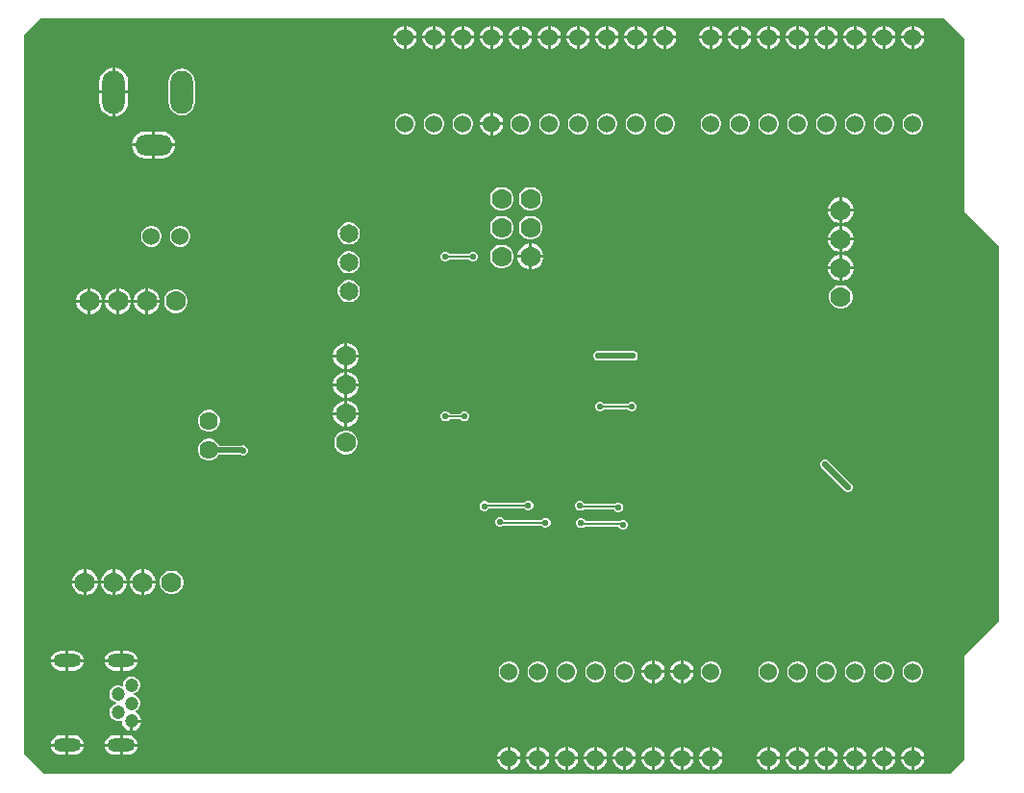
<source format=gbl>
G04*
G04 #@! TF.GenerationSoftware,Altium Limited,Altium Designer,22.1.2 (22)*
G04*
G04 Layer_Physical_Order=2*
G04 Layer_Color=16711680*
%FSLAX25Y25*%
%MOIN*%
G70*
G04*
G04 #@! TF.SameCoordinates,DE848DBD-6215-49A0-A964-8366D708164F*
G04*
G04*
G04 #@! TF.FilePolarity,Positive*
G04*
G01*
G75*
%ADD10C,0.00600*%
%ADD11C,0.02000*%
%ADD59C,0.06000*%
%ADD60C,0.07000*%
%ADD61O,0.09449X0.04724*%
%ADD62C,0.04724*%
%ADD63C,0.06378*%
%ADD64O,0.12992X0.07087*%
%ADD65O,0.07874X0.14961*%
%ADD66C,0.06496*%
%ADD67C,0.02200*%
G36*
X328000Y257000D02*
Y197000D01*
X340000Y185000D01*
Y55000D01*
X328000Y43000D01*
Y7000D01*
X323000Y2000D01*
X9000D01*
X2000Y9000D01*
Y258500D01*
X7500Y264000D01*
X321000D01*
X328000Y257000D01*
D02*
G37*
%LPC*%
G36*
X184527Y261500D02*
X184500D01*
Y258000D01*
X188000D01*
Y258027D01*
X187727Y259044D01*
X187201Y259956D01*
X186456Y260701D01*
X185544Y261227D01*
X184527Y261500D01*
D02*
G37*
G36*
X134527D02*
X134500D01*
Y258000D01*
X138000D01*
Y258027D01*
X137727Y259044D01*
X137201Y259956D01*
X136456Y260701D01*
X135544Y261227D01*
X134527Y261500D01*
D02*
G37*
G36*
X214527D02*
X214500D01*
Y258000D01*
X218000D01*
Y258027D01*
X217727Y259044D01*
X217201Y259956D01*
X216456Y260701D01*
X215544Y261227D01*
X214527Y261500D01*
D02*
G37*
G36*
X204527D02*
X204500D01*
Y258000D01*
X208000D01*
Y258027D01*
X207727Y259044D01*
X207201Y259956D01*
X206456Y260701D01*
X205544Y261227D01*
X204527Y261500D01*
D02*
G37*
G36*
X194527D02*
X194500D01*
Y258000D01*
X198000D01*
Y258027D01*
X197727Y259044D01*
X197201Y259956D01*
X196456Y260701D01*
X195544Y261227D01*
X194527Y261500D01*
D02*
G37*
G36*
X164527D02*
X164500D01*
Y258000D01*
X168000D01*
Y258027D01*
X167727Y259044D01*
X167201Y259956D01*
X166456Y260701D01*
X165544Y261227D01*
X164527Y261500D01*
D02*
G37*
G36*
X154527D02*
X154500D01*
Y258000D01*
X158000D01*
Y258027D01*
X157727Y259044D01*
X157201Y259956D01*
X156456Y260701D01*
X155544Y261227D01*
X154527Y261500D01*
D02*
G37*
G36*
X224527D02*
X224500D01*
Y258000D01*
X228000D01*
Y258027D01*
X227727Y259044D01*
X227201Y259956D01*
X226456Y260701D01*
X225544Y261227D01*
X224527Y261500D01*
D02*
G37*
G36*
X174527D02*
X174500D01*
Y258000D01*
X178000D01*
Y258027D01*
X177727Y259044D01*
X177201Y259956D01*
X176456Y260701D01*
X175544Y261227D01*
X174527Y261500D01*
D02*
G37*
G36*
X144527D02*
X144500D01*
Y258000D01*
X148000D01*
Y258027D01*
X147727Y259044D01*
X147201Y259956D01*
X146456Y260701D01*
X145544Y261227D01*
X144527Y261500D01*
D02*
G37*
G36*
X310527D02*
X310500D01*
Y258000D01*
X314000D01*
Y258027D01*
X313727Y259044D01*
X313201Y259956D01*
X312456Y260701D01*
X311544Y261227D01*
X310527Y261500D01*
D02*
G37*
G36*
X309500D02*
X309473D01*
X308456Y261227D01*
X307544Y260701D01*
X306799Y259956D01*
X306273Y259044D01*
X306000Y258027D01*
Y258000D01*
X309500D01*
Y261500D01*
D02*
G37*
G36*
X300527D02*
X300500D01*
Y258000D01*
X304000D01*
Y258027D01*
X303727Y259044D01*
X303201Y259956D01*
X302456Y260701D01*
X301544Y261227D01*
X300527Y261500D01*
D02*
G37*
G36*
X299500D02*
X299473D01*
X298456Y261227D01*
X297544Y260701D01*
X296799Y259956D01*
X296273Y259044D01*
X296000Y258027D01*
Y258000D01*
X299500D01*
Y261500D01*
D02*
G37*
G36*
X290527D02*
X290500D01*
Y258000D01*
X294000D01*
Y258027D01*
X293727Y259044D01*
X293201Y259956D01*
X292456Y260701D01*
X291544Y261227D01*
X290527Y261500D01*
D02*
G37*
G36*
X289500D02*
X289473D01*
X288456Y261227D01*
X287544Y260701D01*
X286799Y259956D01*
X286273Y259044D01*
X286000Y258027D01*
Y258000D01*
X289500D01*
Y261500D01*
D02*
G37*
G36*
X280527D02*
X280500D01*
Y258000D01*
X284000D01*
Y258027D01*
X283727Y259044D01*
X283201Y259956D01*
X282456Y260701D01*
X281544Y261227D01*
X280527Y261500D01*
D02*
G37*
G36*
X279500D02*
X279473D01*
X278456Y261227D01*
X277544Y260701D01*
X276799Y259956D01*
X276273Y259044D01*
X276000Y258027D01*
Y258000D01*
X279500D01*
Y261500D01*
D02*
G37*
G36*
X270527D02*
X270500D01*
Y258000D01*
X274000D01*
Y258027D01*
X273727Y259044D01*
X273201Y259956D01*
X272456Y260701D01*
X271544Y261227D01*
X270527Y261500D01*
D02*
G37*
G36*
X269500D02*
X269473D01*
X268456Y261227D01*
X267544Y260701D01*
X266799Y259956D01*
X266273Y259044D01*
X266000Y258027D01*
Y258000D01*
X269500D01*
Y261500D01*
D02*
G37*
G36*
X260527D02*
X260500D01*
Y258000D01*
X264000D01*
Y258027D01*
X263727Y259044D01*
X263201Y259956D01*
X262456Y260701D01*
X261544Y261227D01*
X260527Y261500D01*
D02*
G37*
G36*
X259500D02*
X259473D01*
X258456Y261227D01*
X257544Y260701D01*
X256799Y259956D01*
X256273Y259044D01*
X256000Y258027D01*
Y258000D01*
X259500D01*
Y261500D01*
D02*
G37*
G36*
X250527D02*
X250500D01*
Y258000D01*
X254000D01*
Y258027D01*
X253727Y259044D01*
X253201Y259956D01*
X252456Y260701D01*
X251544Y261227D01*
X250527Y261500D01*
D02*
G37*
G36*
X249500D02*
X249473D01*
X248456Y261227D01*
X247544Y260701D01*
X246799Y259956D01*
X246273Y259044D01*
X246000Y258027D01*
Y258000D01*
X249500D01*
Y261500D01*
D02*
G37*
G36*
X240527D02*
X240500D01*
Y258000D01*
X244000D01*
Y258027D01*
X243727Y259044D01*
X243201Y259956D01*
X242456Y260701D01*
X241544Y261227D01*
X240527Y261500D01*
D02*
G37*
G36*
X239500D02*
X239473D01*
X238456Y261227D01*
X237544Y260701D01*
X236799Y259956D01*
X236273Y259044D01*
X236000Y258027D01*
Y258000D01*
X239500D01*
Y261500D01*
D02*
G37*
G36*
X183500D02*
X183473D01*
X182456Y261227D01*
X181544Y260701D01*
X180799Y259956D01*
X180273Y259044D01*
X180000Y258027D01*
Y258000D01*
X183500D01*
Y261500D01*
D02*
G37*
G36*
X133500D02*
X133473D01*
X132456Y261227D01*
X131544Y260701D01*
X130799Y259956D01*
X130273Y259044D01*
X130000Y258027D01*
Y258000D01*
X133500D01*
Y261500D01*
D02*
G37*
G36*
X203500D02*
X203473D01*
X202456Y261227D01*
X201544Y260701D01*
X200799Y259956D01*
X200273Y259044D01*
X200000Y258027D01*
Y258000D01*
X203500D01*
Y261500D01*
D02*
G37*
G36*
X193500D02*
X193473D01*
X192456Y261227D01*
X191544Y260701D01*
X190799Y259956D01*
X190273Y259044D01*
X190000Y258027D01*
Y258000D01*
X193500D01*
Y261500D01*
D02*
G37*
G36*
X163500D02*
X163473D01*
X162456Y261227D01*
X161544Y260701D01*
X160799Y259956D01*
X160273Y259044D01*
X160000Y258027D01*
Y258000D01*
X163500D01*
Y261500D01*
D02*
G37*
G36*
X153500D02*
X153473D01*
X152456Y261227D01*
X151544Y260701D01*
X150799Y259956D01*
X150273Y259044D01*
X150000Y258027D01*
Y258000D01*
X153500D01*
Y261500D01*
D02*
G37*
G36*
X213500D02*
X213473D01*
X212456Y261227D01*
X211544Y260701D01*
X210799Y259956D01*
X210273Y259044D01*
X210000Y258027D01*
Y258000D01*
X213500D01*
Y261500D01*
D02*
G37*
G36*
X223500D02*
X223473D01*
X222456Y261227D01*
X221544Y260701D01*
X220799Y259956D01*
X220273Y259044D01*
X220000Y258027D01*
Y258000D01*
X223500D01*
Y261500D01*
D02*
G37*
G36*
X173500D02*
X173473D01*
X172456Y261227D01*
X171544Y260701D01*
X170799Y259956D01*
X170273Y259044D01*
X170000Y258027D01*
Y258000D01*
X173500D01*
Y261500D01*
D02*
G37*
G36*
X143500D02*
X143473D01*
X142456Y261227D01*
X141544Y260701D01*
X140799Y259956D01*
X140273Y259044D01*
X140000Y258027D01*
Y258000D01*
X143500D01*
Y261500D01*
D02*
G37*
G36*
X314000Y257000D02*
X310500D01*
Y253500D01*
X310527D01*
X311544Y253773D01*
X312456Y254299D01*
X313201Y255044D01*
X313727Y255956D01*
X314000Y256973D01*
Y257000D01*
D02*
G37*
G36*
X309500D02*
X306000D01*
Y256973D01*
X306273Y255956D01*
X306799Y255044D01*
X307544Y254299D01*
X308456Y253773D01*
X309473Y253500D01*
X309500D01*
Y257000D01*
D02*
G37*
G36*
X304000D02*
X300500D01*
Y253500D01*
X300527D01*
X301544Y253773D01*
X302456Y254299D01*
X303201Y255044D01*
X303727Y255956D01*
X304000Y256973D01*
Y257000D01*
D02*
G37*
G36*
X299500D02*
X296000D01*
Y256973D01*
X296273Y255956D01*
X296799Y255044D01*
X297544Y254299D01*
X298456Y253773D01*
X299473Y253500D01*
X299500D01*
Y257000D01*
D02*
G37*
G36*
X294000D02*
X290500D01*
Y253500D01*
X290527D01*
X291544Y253773D01*
X292456Y254299D01*
X293201Y255044D01*
X293727Y255956D01*
X294000Y256973D01*
Y257000D01*
D02*
G37*
G36*
X289500D02*
X286000D01*
Y256973D01*
X286273Y255956D01*
X286799Y255044D01*
X287544Y254299D01*
X288456Y253773D01*
X289473Y253500D01*
X289500D01*
Y257000D01*
D02*
G37*
G36*
X284000D02*
X280500D01*
Y253500D01*
X280527D01*
X281544Y253773D01*
X282456Y254299D01*
X283201Y255044D01*
X283727Y255956D01*
X284000Y256973D01*
Y257000D01*
D02*
G37*
G36*
X279500D02*
X276000D01*
Y256973D01*
X276273Y255956D01*
X276799Y255044D01*
X277544Y254299D01*
X278456Y253773D01*
X279473Y253500D01*
X279500D01*
Y257000D01*
D02*
G37*
G36*
X274000D02*
X270500D01*
Y253500D01*
X270527D01*
X271544Y253773D01*
X272456Y254299D01*
X273201Y255044D01*
X273727Y255956D01*
X274000Y256973D01*
Y257000D01*
D02*
G37*
G36*
X269500D02*
X266000D01*
Y256973D01*
X266273Y255956D01*
X266799Y255044D01*
X267544Y254299D01*
X268456Y253773D01*
X269473Y253500D01*
X269500D01*
Y257000D01*
D02*
G37*
G36*
X264000D02*
X260500D01*
Y253500D01*
X260527D01*
X261544Y253773D01*
X262456Y254299D01*
X263201Y255044D01*
X263727Y255956D01*
X264000Y256973D01*
Y257000D01*
D02*
G37*
G36*
X259500D02*
X256000D01*
Y256973D01*
X256273Y255956D01*
X256799Y255044D01*
X257544Y254299D01*
X258456Y253773D01*
X259473Y253500D01*
X259500D01*
Y257000D01*
D02*
G37*
G36*
X254000D02*
X250500D01*
Y253500D01*
X250527D01*
X251544Y253773D01*
X252456Y254299D01*
X253201Y255044D01*
X253727Y255956D01*
X254000Y256973D01*
Y257000D01*
D02*
G37*
G36*
X249500D02*
X246000D01*
Y256973D01*
X246273Y255956D01*
X246799Y255044D01*
X247544Y254299D01*
X248456Y253773D01*
X249473Y253500D01*
X249500D01*
Y257000D01*
D02*
G37*
G36*
X244000D02*
X240500D01*
Y253500D01*
X240527D01*
X241544Y253773D01*
X242456Y254299D01*
X243201Y255044D01*
X243727Y255956D01*
X244000Y256973D01*
Y257000D01*
D02*
G37*
G36*
X239500D02*
X236000D01*
Y256973D01*
X236273Y255956D01*
X236799Y255044D01*
X237544Y254299D01*
X238456Y253773D01*
X239473Y253500D01*
X239500D01*
Y257000D01*
D02*
G37*
G36*
X228000D02*
X224500D01*
Y253500D01*
X224527D01*
X225544Y253773D01*
X226456Y254299D01*
X227201Y255044D01*
X227727Y255956D01*
X228000Y256973D01*
Y257000D01*
D02*
G37*
G36*
X223500D02*
X220000D01*
Y256973D01*
X220273Y255956D01*
X220799Y255044D01*
X221544Y254299D01*
X222456Y253773D01*
X223473Y253500D01*
X223500D01*
Y257000D01*
D02*
G37*
G36*
X218000D02*
X214500D01*
Y253500D01*
X214527D01*
X215544Y253773D01*
X216456Y254299D01*
X217201Y255044D01*
X217727Y255956D01*
X218000Y256973D01*
Y257000D01*
D02*
G37*
G36*
X213500D02*
X210000D01*
Y256973D01*
X210273Y255956D01*
X210799Y255044D01*
X211544Y254299D01*
X212456Y253773D01*
X213473Y253500D01*
X213500D01*
Y257000D01*
D02*
G37*
G36*
X208000D02*
X204500D01*
Y253500D01*
X204527D01*
X205544Y253773D01*
X206456Y254299D01*
X207201Y255044D01*
X207727Y255956D01*
X208000Y256973D01*
Y257000D01*
D02*
G37*
G36*
X203500D02*
X200000D01*
Y256973D01*
X200273Y255956D01*
X200799Y255044D01*
X201544Y254299D01*
X202456Y253773D01*
X203473Y253500D01*
X203500D01*
Y257000D01*
D02*
G37*
G36*
X198000D02*
X194500D01*
Y253500D01*
X194527D01*
X195544Y253773D01*
X196456Y254299D01*
X197201Y255044D01*
X197727Y255956D01*
X198000Y256973D01*
Y257000D01*
D02*
G37*
G36*
X193500D02*
X190000D01*
Y256973D01*
X190273Y255956D01*
X190799Y255044D01*
X191544Y254299D01*
X192456Y253773D01*
X193473Y253500D01*
X193500D01*
Y257000D01*
D02*
G37*
G36*
X188000D02*
X184500D01*
Y253500D01*
X184527D01*
X185544Y253773D01*
X186456Y254299D01*
X187201Y255044D01*
X187727Y255956D01*
X188000Y256973D01*
Y257000D01*
D02*
G37*
G36*
X183500D02*
X180000D01*
Y256973D01*
X180273Y255956D01*
X180799Y255044D01*
X181544Y254299D01*
X182456Y253773D01*
X183473Y253500D01*
X183500D01*
Y257000D01*
D02*
G37*
G36*
X178000D02*
X174500D01*
Y253500D01*
X174527D01*
X175544Y253773D01*
X176456Y254299D01*
X177201Y255044D01*
X177727Y255956D01*
X178000Y256973D01*
Y257000D01*
D02*
G37*
G36*
X173500D02*
X170000D01*
Y256973D01*
X170273Y255956D01*
X170799Y255044D01*
X171544Y254299D01*
X172456Y253773D01*
X173473Y253500D01*
X173500D01*
Y257000D01*
D02*
G37*
G36*
X168000D02*
X164500D01*
Y253500D01*
X164527D01*
X165544Y253773D01*
X166456Y254299D01*
X167201Y255044D01*
X167727Y255956D01*
X168000Y256973D01*
Y257000D01*
D02*
G37*
G36*
X163500D02*
X160000D01*
Y256973D01*
X160273Y255956D01*
X160799Y255044D01*
X161544Y254299D01*
X162456Y253773D01*
X163473Y253500D01*
X163500D01*
Y257000D01*
D02*
G37*
G36*
X158000D02*
X154500D01*
Y253500D01*
X154527D01*
X155544Y253773D01*
X156456Y254299D01*
X157201Y255044D01*
X157727Y255956D01*
X158000Y256973D01*
Y257000D01*
D02*
G37*
G36*
X153500D02*
X150000D01*
Y256973D01*
X150273Y255956D01*
X150799Y255044D01*
X151544Y254299D01*
X152456Y253773D01*
X153473Y253500D01*
X153500D01*
Y257000D01*
D02*
G37*
G36*
X148000D02*
X144500D01*
Y253500D01*
X144527D01*
X145544Y253773D01*
X146456Y254299D01*
X147201Y255044D01*
X147727Y255956D01*
X148000Y256973D01*
Y257000D01*
D02*
G37*
G36*
X143500D02*
X140000D01*
Y256973D01*
X140273Y255956D01*
X140799Y255044D01*
X141544Y254299D01*
X142456Y253773D01*
X143473Y253500D01*
X143500D01*
Y257000D01*
D02*
G37*
G36*
X138000D02*
X134500D01*
Y253500D01*
X134527D01*
X135544Y253773D01*
X136456Y254299D01*
X137201Y255044D01*
X137727Y255956D01*
X138000Y256973D01*
Y257000D01*
D02*
G37*
G36*
X133500D02*
X130000D01*
Y256973D01*
X130273Y255956D01*
X130799Y255044D01*
X131544Y254299D01*
X132456Y253773D01*
X133473Y253500D01*
X133500D01*
Y257000D01*
D02*
G37*
G36*
X33500Y246957D02*
Y239000D01*
X37980D01*
Y242043D01*
X37810Y243332D01*
X37312Y244533D01*
X36521Y245564D01*
X35490Y246356D01*
X34289Y246853D01*
X33500Y246957D01*
D02*
G37*
G36*
X32500D02*
X31711Y246853D01*
X30510Y246356D01*
X29479Y245564D01*
X28688Y244533D01*
X28190Y243332D01*
X28020Y242043D01*
Y239000D01*
X32500D01*
Y246957D01*
D02*
G37*
G36*
X56622Y246620D02*
X55438Y246463D01*
X54334Y246006D01*
X53386Y245279D01*
X52659Y244331D01*
X52202Y243228D01*
X52046Y242043D01*
Y234957D01*
X52202Y233772D01*
X52659Y232669D01*
X53386Y231721D01*
X54334Y230994D01*
X55438Y230537D01*
X56622Y230381D01*
X57806Y230537D01*
X58910Y230994D01*
X59858Y231721D01*
X60585Y232669D01*
X61042Y233772D01*
X61198Y234957D01*
Y242043D01*
X61042Y243228D01*
X60585Y244331D01*
X59858Y245279D01*
X58910Y246006D01*
X57806Y246463D01*
X56622Y246620D01*
D02*
G37*
G36*
X37980Y238000D02*
X33500D01*
Y230043D01*
X34289Y230147D01*
X35490Y230644D01*
X36521Y231436D01*
X37312Y232467D01*
X37810Y233668D01*
X37980Y234957D01*
Y238000D01*
D02*
G37*
G36*
X32500D02*
X28020D01*
Y234957D01*
X28190Y233668D01*
X28688Y232467D01*
X29479Y231436D01*
X30510Y230644D01*
X31711Y230147D01*
X32500Y230043D01*
Y238000D01*
D02*
G37*
G36*
X164527Y231500D02*
X164500D01*
Y228000D01*
X168000D01*
Y228027D01*
X167727Y229044D01*
X167201Y229956D01*
X166456Y230701D01*
X165544Y231227D01*
X164527Y231500D01*
D02*
G37*
G36*
X163500D02*
X163473D01*
X162456Y231227D01*
X161544Y230701D01*
X160799Y229956D01*
X160273Y229044D01*
X160000Y228027D01*
Y228000D01*
X163500D01*
Y231500D01*
D02*
G37*
G36*
X310474Y231100D02*
X309526D01*
X308610Y230855D01*
X307790Y230381D01*
X307119Y229710D01*
X306645Y228890D01*
X306400Y227974D01*
Y227026D01*
X306645Y226110D01*
X307119Y225290D01*
X307790Y224619D01*
X308610Y224145D01*
X309526Y223900D01*
X310474D01*
X311390Y224145D01*
X312210Y224619D01*
X312881Y225290D01*
X313355Y226110D01*
X313600Y227026D01*
Y227974D01*
X313355Y228890D01*
X312881Y229710D01*
X312210Y230381D01*
X311390Y230855D01*
X310474Y231100D01*
D02*
G37*
G36*
X300474D02*
X299526D01*
X298610Y230855D01*
X297790Y230381D01*
X297119Y229710D01*
X296645Y228890D01*
X296400Y227974D01*
Y227026D01*
X296645Y226110D01*
X297119Y225290D01*
X297790Y224619D01*
X298610Y224145D01*
X299526Y223900D01*
X300474D01*
X301390Y224145D01*
X302210Y224619D01*
X302881Y225290D01*
X303355Y226110D01*
X303600Y227026D01*
Y227974D01*
X303355Y228890D01*
X302881Y229710D01*
X302210Y230381D01*
X301390Y230855D01*
X300474Y231100D01*
D02*
G37*
G36*
X290474D02*
X289526D01*
X288610Y230855D01*
X287790Y230381D01*
X287119Y229710D01*
X286645Y228890D01*
X286400Y227974D01*
Y227026D01*
X286645Y226110D01*
X287119Y225290D01*
X287790Y224619D01*
X288610Y224145D01*
X289526Y223900D01*
X290474D01*
X291390Y224145D01*
X292210Y224619D01*
X292881Y225290D01*
X293355Y226110D01*
X293600Y227026D01*
Y227974D01*
X293355Y228890D01*
X292881Y229710D01*
X292210Y230381D01*
X291390Y230855D01*
X290474Y231100D01*
D02*
G37*
G36*
X280474D02*
X279526D01*
X278610Y230855D01*
X277790Y230381D01*
X277119Y229710D01*
X276645Y228890D01*
X276400Y227974D01*
Y227026D01*
X276645Y226110D01*
X277119Y225290D01*
X277790Y224619D01*
X278610Y224145D01*
X279526Y223900D01*
X280474D01*
X281390Y224145D01*
X282210Y224619D01*
X282881Y225290D01*
X283355Y226110D01*
X283600Y227026D01*
Y227974D01*
X283355Y228890D01*
X282881Y229710D01*
X282210Y230381D01*
X281390Y230855D01*
X280474Y231100D01*
D02*
G37*
G36*
X270474D02*
X269526D01*
X268610Y230855D01*
X267790Y230381D01*
X267119Y229710D01*
X266645Y228890D01*
X266400Y227974D01*
Y227026D01*
X266645Y226110D01*
X267119Y225290D01*
X267790Y224619D01*
X268610Y224145D01*
X269526Y223900D01*
X270474D01*
X271390Y224145D01*
X272210Y224619D01*
X272881Y225290D01*
X273355Y226110D01*
X273600Y227026D01*
Y227974D01*
X273355Y228890D01*
X272881Y229710D01*
X272210Y230381D01*
X271390Y230855D01*
X270474Y231100D01*
D02*
G37*
G36*
X260474D02*
X259526D01*
X258610Y230855D01*
X257790Y230381D01*
X257119Y229710D01*
X256645Y228890D01*
X256400Y227974D01*
Y227026D01*
X256645Y226110D01*
X257119Y225290D01*
X257790Y224619D01*
X258610Y224145D01*
X259526Y223900D01*
X260474D01*
X261390Y224145D01*
X262210Y224619D01*
X262881Y225290D01*
X263355Y226110D01*
X263600Y227026D01*
Y227974D01*
X263355Y228890D01*
X262881Y229710D01*
X262210Y230381D01*
X261390Y230855D01*
X260474Y231100D01*
D02*
G37*
G36*
X250474D02*
X249526D01*
X248610Y230855D01*
X247790Y230381D01*
X247119Y229710D01*
X246645Y228890D01*
X246400Y227974D01*
Y227026D01*
X246645Y226110D01*
X247119Y225290D01*
X247790Y224619D01*
X248610Y224145D01*
X249526Y223900D01*
X250474D01*
X251390Y224145D01*
X252210Y224619D01*
X252881Y225290D01*
X253355Y226110D01*
X253600Y227026D01*
Y227974D01*
X253355Y228890D01*
X252881Y229710D01*
X252210Y230381D01*
X251390Y230855D01*
X250474Y231100D01*
D02*
G37*
G36*
X240474D02*
X239526D01*
X238610Y230855D01*
X237790Y230381D01*
X237119Y229710D01*
X236645Y228890D01*
X236400Y227974D01*
Y227026D01*
X236645Y226110D01*
X237119Y225290D01*
X237790Y224619D01*
X238610Y224145D01*
X239526Y223900D01*
X240474D01*
X241390Y224145D01*
X242210Y224619D01*
X242881Y225290D01*
X243355Y226110D01*
X243600Y227026D01*
Y227974D01*
X243355Y228890D01*
X242881Y229710D01*
X242210Y230381D01*
X241390Y230855D01*
X240474Y231100D01*
D02*
G37*
G36*
X224474D02*
X223526D01*
X222610Y230855D01*
X221790Y230381D01*
X221119Y229710D01*
X220645Y228890D01*
X220400Y227974D01*
Y227026D01*
X220645Y226110D01*
X221119Y225290D01*
X221790Y224619D01*
X222610Y224145D01*
X223526Y223900D01*
X224474D01*
X225390Y224145D01*
X226210Y224619D01*
X226881Y225290D01*
X227355Y226110D01*
X227600Y227026D01*
Y227974D01*
X227355Y228890D01*
X226881Y229710D01*
X226210Y230381D01*
X225390Y230855D01*
X224474Y231100D01*
D02*
G37*
G36*
X214474D02*
X213526D01*
X212610Y230855D01*
X211790Y230381D01*
X211119Y229710D01*
X210645Y228890D01*
X210400Y227974D01*
Y227026D01*
X210645Y226110D01*
X211119Y225290D01*
X211790Y224619D01*
X212610Y224145D01*
X213526Y223900D01*
X214474D01*
X215390Y224145D01*
X216210Y224619D01*
X216881Y225290D01*
X217355Y226110D01*
X217600Y227026D01*
Y227974D01*
X217355Y228890D01*
X216881Y229710D01*
X216210Y230381D01*
X215390Y230855D01*
X214474Y231100D01*
D02*
G37*
G36*
X204474D02*
X203526D01*
X202610Y230855D01*
X201790Y230381D01*
X201119Y229710D01*
X200645Y228890D01*
X200400Y227974D01*
Y227026D01*
X200645Y226110D01*
X201119Y225290D01*
X201790Y224619D01*
X202610Y224145D01*
X203526Y223900D01*
X204474D01*
X205390Y224145D01*
X206210Y224619D01*
X206881Y225290D01*
X207355Y226110D01*
X207600Y227026D01*
Y227974D01*
X207355Y228890D01*
X206881Y229710D01*
X206210Y230381D01*
X205390Y230855D01*
X204474Y231100D01*
D02*
G37*
G36*
X194474D02*
X193526D01*
X192610Y230855D01*
X191790Y230381D01*
X191119Y229710D01*
X190645Y228890D01*
X190400Y227974D01*
Y227026D01*
X190645Y226110D01*
X191119Y225290D01*
X191790Y224619D01*
X192610Y224145D01*
X193526Y223900D01*
X194474D01*
X195390Y224145D01*
X196210Y224619D01*
X196881Y225290D01*
X197355Y226110D01*
X197600Y227026D01*
Y227974D01*
X197355Y228890D01*
X196881Y229710D01*
X196210Y230381D01*
X195390Y230855D01*
X194474Y231100D01*
D02*
G37*
G36*
X184474D02*
X183526D01*
X182610Y230855D01*
X181790Y230381D01*
X181119Y229710D01*
X180645Y228890D01*
X180400Y227974D01*
Y227026D01*
X180645Y226110D01*
X181119Y225290D01*
X181790Y224619D01*
X182610Y224145D01*
X183526Y223900D01*
X184474D01*
X185390Y224145D01*
X186210Y224619D01*
X186881Y225290D01*
X187355Y226110D01*
X187600Y227026D01*
Y227974D01*
X187355Y228890D01*
X186881Y229710D01*
X186210Y230381D01*
X185390Y230855D01*
X184474Y231100D01*
D02*
G37*
G36*
X174474D02*
X173526D01*
X172610Y230855D01*
X171790Y230381D01*
X171119Y229710D01*
X170645Y228890D01*
X170400Y227974D01*
Y227026D01*
X170645Y226110D01*
X171119Y225290D01*
X171790Y224619D01*
X172610Y224145D01*
X173526Y223900D01*
X174474D01*
X175390Y224145D01*
X176210Y224619D01*
X176881Y225290D01*
X177355Y226110D01*
X177600Y227026D01*
Y227974D01*
X177355Y228890D01*
X176881Y229710D01*
X176210Y230381D01*
X175390Y230855D01*
X174474Y231100D01*
D02*
G37*
G36*
X154474D02*
X153526D01*
X152610Y230855D01*
X151790Y230381D01*
X151119Y229710D01*
X150645Y228890D01*
X150400Y227974D01*
Y227026D01*
X150645Y226110D01*
X151119Y225290D01*
X151790Y224619D01*
X152610Y224145D01*
X153526Y223900D01*
X154474D01*
X155390Y224145D01*
X156210Y224619D01*
X156881Y225290D01*
X157355Y226110D01*
X157600Y227026D01*
Y227974D01*
X157355Y228890D01*
X156881Y229710D01*
X156210Y230381D01*
X155390Y230855D01*
X154474Y231100D01*
D02*
G37*
G36*
X144474D02*
X143526D01*
X142610Y230855D01*
X141790Y230381D01*
X141119Y229710D01*
X140645Y228890D01*
X140400Y227974D01*
Y227026D01*
X140645Y226110D01*
X141119Y225290D01*
X141790Y224619D01*
X142610Y224145D01*
X143526Y223900D01*
X144474D01*
X145390Y224145D01*
X146210Y224619D01*
X146881Y225290D01*
X147355Y226110D01*
X147600Y227026D01*
Y227974D01*
X147355Y228890D01*
X146881Y229710D01*
X146210Y230381D01*
X145390Y230855D01*
X144474Y231100D01*
D02*
G37*
G36*
X134474D02*
X133526D01*
X132610Y230855D01*
X131790Y230381D01*
X131119Y229710D01*
X130645Y228890D01*
X130400Y227974D01*
Y227026D01*
X130645Y226110D01*
X131119Y225290D01*
X131790Y224619D01*
X132610Y224145D01*
X133526Y223900D01*
X134474D01*
X135390Y224145D01*
X136210Y224619D01*
X136881Y225290D01*
X137355Y226110D01*
X137600Y227026D01*
Y227974D01*
X137355Y228890D01*
X136881Y229710D01*
X136210Y230381D01*
X135390Y230855D01*
X134474Y231100D01*
D02*
G37*
G36*
X168000Y227000D02*
X164500D01*
Y223500D01*
X164527D01*
X165544Y223773D01*
X166456Y224299D01*
X167201Y225044D01*
X167727Y225956D01*
X168000Y226973D01*
Y227000D01*
D02*
G37*
G36*
X163500D02*
X160000D01*
Y226973D01*
X160273Y225956D01*
X160799Y225044D01*
X161544Y224299D01*
X162456Y223773D01*
X163473Y223500D01*
X163500D01*
Y227000D01*
D02*
G37*
G36*
X49732Y224775D02*
X47280D01*
Y220693D01*
X54249D01*
X54159Y221379D01*
X53701Y222484D01*
X52973Y223433D01*
X52024Y224162D01*
X50918Y224619D01*
X49732Y224775D01*
D02*
G37*
G36*
X46279D02*
X43827D01*
X42641Y224619D01*
X41535Y224162D01*
X40587Y223433D01*
X39858Y222484D01*
X39400Y221379D01*
X39310Y220693D01*
X46279D01*
Y224775D01*
D02*
G37*
G36*
X54249Y219693D02*
X47280D01*
Y215610D01*
X49732D01*
X50918Y215767D01*
X52024Y216224D01*
X52973Y216953D01*
X53701Y217902D01*
X54159Y219007D01*
X54249Y219693D01*
D02*
G37*
G36*
X46279D02*
X39310D01*
X39400Y219007D01*
X39858Y217902D01*
X40587Y216953D01*
X41535Y216224D01*
X42641Y215767D01*
X43827Y215610D01*
X46279D01*
Y219693D01*
D02*
G37*
G36*
X285592Y202000D02*
X285500D01*
Y198000D01*
X289500D01*
Y198092D01*
X289193Y199237D01*
X288601Y200263D01*
X287763Y201101D01*
X286737Y201693D01*
X285592Y202000D01*
D02*
G37*
G36*
X284500D02*
X284408D01*
X283263Y201693D01*
X282237Y201101D01*
X281399Y200263D01*
X280807Y199237D01*
X280500Y198092D01*
Y198000D01*
X284500D01*
Y202000D01*
D02*
G37*
G36*
X178040Y205600D02*
X176960D01*
X175917Y205321D01*
X174983Y204781D01*
X174219Y204017D01*
X173679Y203082D01*
X173400Y202040D01*
Y200960D01*
X173679Y199917D01*
X174219Y198983D01*
X174983Y198219D01*
X175917Y197679D01*
X176960Y197400D01*
X178040D01*
X179083Y197679D01*
X180017Y198219D01*
X180781Y198983D01*
X181321Y199917D01*
X181600Y200960D01*
Y202040D01*
X181321Y203082D01*
X180781Y204017D01*
X180017Y204781D01*
X179083Y205321D01*
X178040Y205600D01*
D02*
G37*
G36*
X168040D02*
X166960D01*
X165918Y205321D01*
X164982Y204781D01*
X164219Y204017D01*
X163679Y203082D01*
X163400Y202040D01*
Y200960D01*
X163679Y199917D01*
X164219Y198983D01*
X164982Y198219D01*
X165918Y197679D01*
X166960Y197400D01*
X168040D01*
X169082Y197679D01*
X170018Y198219D01*
X170781Y198983D01*
X171321Y199917D01*
X171600Y200960D01*
Y202040D01*
X171321Y203082D01*
X170781Y204017D01*
X170018Y204781D01*
X169082Y205321D01*
X168040Y205600D01*
D02*
G37*
G36*
X289500Y197000D02*
X285500D01*
Y193000D01*
X285592D01*
X286737Y193307D01*
X287763Y193899D01*
X288601Y194737D01*
X289193Y195763D01*
X289500Y196908D01*
Y197000D01*
D02*
G37*
G36*
X284500D02*
X280500D01*
Y196908D01*
X280807Y195763D01*
X281399Y194737D01*
X282237Y193899D01*
X283263Y193307D01*
X284408Y193000D01*
X284500D01*
Y197000D01*
D02*
G37*
G36*
X285592Y192000D02*
X285500D01*
Y188000D01*
X289500D01*
Y188092D01*
X289193Y189237D01*
X288601Y190263D01*
X287763Y191101D01*
X286737Y191693D01*
X285592Y192000D01*
D02*
G37*
G36*
X284500D02*
X284408D01*
X283263Y191693D01*
X282237Y191101D01*
X281399Y190263D01*
X280807Y189237D01*
X280500Y188092D01*
Y188000D01*
X284500D01*
Y192000D01*
D02*
G37*
G36*
X178040Y195600D02*
X176960D01*
X175917Y195321D01*
X174983Y194781D01*
X174219Y194018D01*
X173679Y193082D01*
X173400Y192040D01*
Y190960D01*
X173679Y189918D01*
X174219Y188982D01*
X174983Y188219D01*
X175917Y187679D01*
X176960Y187400D01*
X178040D01*
X179083Y187679D01*
X180017Y188219D01*
X180781Y188982D01*
X181321Y189918D01*
X181600Y190960D01*
Y192040D01*
X181321Y193082D01*
X180781Y194018D01*
X180017Y194781D01*
X179083Y195321D01*
X178040Y195600D01*
D02*
G37*
G36*
X168040D02*
X166960D01*
X165918Y195321D01*
X164982Y194781D01*
X164219Y194018D01*
X163679Y193082D01*
X163400Y192040D01*
Y190960D01*
X163679Y189918D01*
X164219Y188982D01*
X164982Y188219D01*
X165918Y187679D01*
X166960Y187400D01*
X168040D01*
X169082Y187679D01*
X170018Y188219D01*
X170781Y188982D01*
X171321Y189918D01*
X171600Y190960D01*
Y192040D01*
X171321Y193082D01*
X170781Y194018D01*
X170018Y194781D01*
X169082Y195321D01*
X168040Y195600D01*
D02*
G37*
G36*
X115007Y193348D02*
X113993D01*
X113015Y193086D01*
X112137Y192579D01*
X111421Y191863D01*
X110914Y190985D01*
X110652Y190007D01*
Y188993D01*
X110914Y188015D01*
X111421Y187137D01*
X112137Y186421D01*
X113015Y185914D01*
X113993Y185652D01*
X115007D01*
X115985Y185914D01*
X116863Y186421D01*
X117579Y187137D01*
X118086Y188015D01*
X118348Y188993D01*
Y190007D01*
X118086Y190985D01*
X117579Y191863D01*
X116863Y192579D01*
X115985Y193086D01*
X115007Y193348D01*
D02*
G37*
G36*
X56474Y192100D02*
X55526D01*
X54611Y191855D01*
X53790Y191381D01*
X53119Y190710D01*
X52645Y189890D01*
X52400Y188974D01*
Y188026D01*
X52645Y187110D01*
X53119Y186290D01*
X53790Y185619D01*
X54611Y185145D01*
X55526Y184900D01*
X56474D01*
X57389Y185145D01*
X58210Y185619D01*
X58881Y186290D01*
X59355Y187110D01*
X59600Y188026D01*
Y188974D01*
X59355Y189890D01*
X58881Y190710D01*
X58210Y191381D01*
X57389Y191855D01*
X56474Y192100D01*
D02*
G37*
G36*
X46474D02*
X45526D01*
X44610Y191855D01*
X43790Y191381D01*
X43119Y190710D01*
X42645Y189890D01*
X42400Y188974D01*
Y188026D01*
X42645Y187110D01*
X43119Y186290D01*
X43790Y185619D01*
X44610Y185145D01*
X45526Y184900D01*
X46474D01*
X47390Y185145D01*
X48210Y185619D01*
X48881Y186290D01*
X49355Y187110D01*
X49600Y188026D01*
Y188974D01*
X49355Y189890D01*
X48881Y190710D01*
X48210Y191381D01*
X47390Y191855D01*
X46474Y192100D01*
D02*
G37*
G36*
X289500Y187000D02*
X285500D01*
Y183000D01*
X285592D01*
X286737Y183307D01*
X287763Y183899D01*
X288601Y184737D01*
X289193Y185763D01*
X289500Y186908D01*
Y187000D01*
D02*
G37*
G36*
X284500D02*
X280500D01*
Y186908D01*
X280807Y185763D01*
X281399Y184737D01*
X282237Y183899D01*
X283263Y183307D01*
X284408Y183000D01*
X284500D01*
Y187000D01*
D02*
G37*
G36*
X157838Y183200D02*
X157162D01*
X156537Y182941D01*
X156059Y182463D01*
X156040Y182418D01*
X149460D01*
X149441Y182463D01*
X148963Y182941D01*
X148338Y183200D01*
X147662D01*
X147037Y182941D01*
X146559Y182463D01*
X146300Y181838D01*
Y181162D01*
X146559Y180537D01*
X147037Y180059D01*
X147662Y179800D01*
X148338D01*
X148963Y180059D01*
X149441Y180537D01*
X149460Y180582D01*
X156040D01*
X156059Y180537D01*
X156537Y180059D01*
X157162Y179800D01*
X157838D01*
X158463Y180059D01*
X158941Y180537D01*
X159200Y181162D01*
Y181838D01*
X158941Y182463D01*
X158463Y182941D01*
X157838Y183200D01*
D02*
G37*
G36*
X178092Y186000D02*
X178000D01*
Y182000D01*
X182000D01*
Y182092D01*
X181693Y183237D01*
X181101Y184263D01*
X180263Y185101D01*
X179237Y185693D01*
X178092Y186000D01*
D02*
G37*
G36*
X177000D02*
X176908D01*
X175763Y185693D01*
X174737Y185101D01*
X173899Y184263D01*
X173307Y183237D01*
X173000Y182092D01*
Y182000D01*
X177000D01*
Y186000D01*
D02*
G37*
G36*
X285592Y182000D02*
X285500D01*
Y178000D01*
X289500D01*
Y178092D01*
X289193Y179237D01*
X288601Y180263D01*
X287763Y181101D01*
X286737Y181693D01*
X285592Y182000D01*
D02*
G37*
G36*
X284500D02*
X284408D01*
X283263Y181693D01*
X282237Y181101D01*
X281399Y180263D01*
X280807Y179237D01*
X280500Y178092D01*
Y178000D01*
X284500D01*
Y182000D01*
D02*
G37*
G36*
X168040Y185600D02*
X166960D01*
X165918Y185321D01*
X164982Y184781D01*
X164219Y184018D01*
X163679Y183082D01*
X163400Y182040D01*
Y180960D01*
X163679Y179918D01*
X164219Y178982D01*
X164982Y178219D01*
X165918Y177679D01*
X166960Y177400D01*
X168040D01*
X169082Y177679D01*
X170018Y178219D01*
X170781Y178982D01*
X171321Y179918D01*
X171600Y180960D01*
Y182040D01*
X171321Y183082D01*
X170781Y184018D01*
X170018Y184781D01*
X169082Y185321D01*
X168040Y185600D01*
D02*
G37*
G36*
X182000Y181000D02*
X178000D01*
Y177000D01*
X178092D01*
X179237Y177307D01*
X180263Y177899D01*
X181101Y178737D01*
X181693Y179763D01*
X182000Y180908D01*
Y181000D01*
D02*
G37*
G36*
X177000D02*
X173000D01*
Y180908D01*
X173307Y179763D01*
X173899Y178737D01*
X174737Y177899D01*
X175763Y177307D01*
X176908Y177000D01*
X177000D01*
Y181000D01*
D02*
G37*
G36*
X115007Y183348D02*
X113993D01*
X113015Y183086D01*
X112137Y182579D01*
X111421Y181863D01*
X110914Y180985D01*
X110652Y180007D01*
Y178993D01*
X110914Y178015D01*
X111421Y177137D01*
X112137Y176421D01*
X113015Y175914D01*
X113993Y175652D01*
X115007D01*
X115985Y175914D01*
X116863Y176421D01*
X117579Y177137D01*
X118086Y178015D01*
X118348Y178993D01*
Y180007D01*
X118086Y180985D01*
X117579Y181863D01*
X116863Y182579D01*
X115985Y183086D01*
X115007Y183348D01*
D02*
G37*
G36*
X289500Y177000D02*
X285500D01*
Y173000D01*
X285592D01*
X286737Y173307D01*
X287763Y173899D01*
X288601Y174737D01*
X289193Y175763D01*
X289500Y176908D01*
Y177000D01*
D02*
G37*
G36*
X284500D02*
X280500D01*
Y176908D01*
X280807Y175763D01*
X281399Y174737D01*
X282237Y173899D01*
X283263Y173307D01*
X284408Y173000D01*
X284500D01*
Y177000D01*
D02*
G37*
G36*
X45092Y170500D02*
X45000D01*
Y166500D01*
X49000D01*
Y166592D01*
X48693Y167737D01*
X48101Y168763D01*
X47263Y169601D01*
X46237Y170193D01*
X45092Y170500D01*
D02*
G37*
G36*
X35092D02*
X35000D01*
Y166500D01*
X39000D01*
Y166592D01*
X38693Y167737D01*
X38101Y168763D01*
X37263Y169601D01*
X36237Y170193D01*
X35092Y170500D01*
D02*
G37*
G36*
X25092D02*
X25000D01*
Y166500D01*
X29000D01*
Y166592D01*
X28693Y167737D01*
X28101Y168763D01*
X27263Y169601D01*
X26237Y170193D01*
X25092Y170500D01*
D02*
G37*
G36*
X44000D02*
X43908D01*
X42763Y170193D01*
X41737Y169601D01*
X40899Y168763D01*
X40307Y167737D01*
X40000Y166592D01*
Y166500D01*
X44000D01*
Y170500D01*
D02*
G37*
G36*
X24000D02*
X23908D01*
X22763Y170193D01*
X21737Y169601D01*
X20899Y168763D01*
X20307Y167737D01*
X20000Y166592D01*
Y166500D01*
X24000D01*
Y170500D01*
D02*
G37*
G36*
X34000D02*
X33908D01*
X32763Y170193D01*
X31737Y169601D01*
X30899Y168763D01*
X30307Y167737D01*
X30000Y166592D01*
Y166500D01*
X34000D01*
Y170500D01*
D02*
G37*
G36*
X115007Y173348D02*
X113993D01*
X113015Y173086D01*
X112137Y172579D01*
X111421Y171863D01*
X110914Y170985D01*
X110652Y170007D01*
Y168993D01*
X110914Y168015D01*
X111421Y167137D01*
X112137Y166421D01*
X113015Y165914D01*
X113993Y165652D01*
X115007D01*
X115985Y165914D01*
X116863Y166421D01*
X117579Y167137D01*
X118086Y168015D01*
X118348Y168993D01*
Y170007D01*
X118086Y170985D01*
X117579Y171863D01*
X116863Y172579D01*
X115985Y173086D01*
X115007Y173348D01*
D02*
G37*
G36*
X285540Y171600D02*
X284460D01*
X283418Y171321D01*
X282483Y170781D01*
X281719Y170018D01*
X281179Y169082D01*
X280900Y168040D01*
Y166960D01*
X281179Y165918D01*
X281719Y164982D01*
X282483Y164219D01*
X283418Y163679D01*
X284460Y163400D01*
X285540D01*
X286582Y163679D01*
X287517Y164219D01*
X288281Y164982D01*
X288821Y165918D01*
X289100Y166960D01*
Y168040D01*
X288821Y169082D01*
X288281Y170018D01*
X287517Y170781D01*
X286582Y171321D01*
X285540Y171600D01*
D02*
G37*
G36*
X55040Y170100D02*
X53960D01*
X52917Y169821D01*
X51982Y169281D01*
X51219Y168517D01*
X50679Y167582D01*
X50400Y166540D01*
Y165460D01*
X50679Y164418D01*
X51219Y163482D01*
X51982Y162719D01*
X52917Y162179D01*
X53960Y161900D01*
X55040D01*
X56082Y162179D01*
X57017Y162719D01*
X57781Y163482D01*
X58321Y164418D01*
X58600Y165460D01*
Y166540D01*
X58321Y167582D01*
X57781Y168517D01*
X57017Y169281D01*
X56082Y169821D01*
X55040Y170100D01*
D02*
G37*
G36*
X49000Y165500D02*
X45000D01*
Y161500D01*
X45092D01*
X46237Y161807D01*
X47263Y162399D01*
X48101Y163237D01*
X48693Y164263D01*
X49000Y165408D01*
Y165500D01*
D02*
G37*
G36*
X44000D02*
X40000D01*
Y165408D01*
X40307Y164263D01*
X40899Y163237D01*
X41737Y162399D01*
X42763Y161807D01*
X43908Y161500D01*
X44000D01*
Y165500D01*
D02*
G37*
G36*
X39000D02*
X35000D01*
Y161500D01*
X35092D01*
X36237Y161807D01*
X37263Y162399D01*
X38101Y163237D01*
X38693Y164263D01*
X39000Y165408D01*
Y165500D01*
D02*
G37*
G36*
X34000D02*
X30000D01*
Y165408D01*
X30307Y164263D01*
X30899Y163237D01*
X31737Y162399D01*
X32763Y161807D01*
X33908Y161500D01*
X34000D01*
Y165500D01*
D02*
G37*
G36*
X29000D02*
X25000D01*
Y161500D01*
X25092D01*
X26237Y161807D01*
X27263Y162399D01*
X28101Y163237D01*
X28693Y164263D01*
X29000Y165408D01*
Y165500D01*
D02*
G37*
G36*
X24000D02*
X20000D01*
Y165408D01*
X20307Y164263D01*
X20899Y163237D01*
X21737Y162399D01*
X22763Y161807D01*
X23908Y161500D01*
X24000D01*
Y165500D01*
D02*
G37*
G36*
X213338Y148700D02*
X212662D01*
X212496Y148631D01*
X201504D01*
X201338Y148700D01*
X200662D01*
X200037Y148441D01*
X199559Y147963D01*
X199300Y147338D01*
Y146662D01*
X199559Y146037D01*
X200037Y145559D01*
X200662Y145300D01*
X201338D01*
X201504Y145369D01*
X212496D01*
X212662Y145300D01*
X213338D01*
X213963Y145559D01*
X214441Y146037D01*
X214700Y146662D01*
Y147338D01*
X214441Y147963D01*
X213963Y148441D01*
X213338Y148700D01*
D02*
G37*
G36*
X114092Y151500D02*
X114000D01*
Y147500D01*
X118000D01*
Y147592D01*
X117693Y148737D01*
X117101Y149763D01*
X116263Y150601D01*
X115237Y151193D01*
X114092Y151500D01*
D02*
G37*
G36*
X113000D02*
X112908D01*
X111763Y151193D01*
X110737Y150601D01*
X109899Y149763D01*
X109307Y148737D01*
X109000Y147592D01*
Y147500D01*
X113000D01*
Y151500D01*
D02*
G37*
G36*
X118000Y146500D02*
X114000D01*
Y142500D01*
X114092D01*
X115237Y142807D01*
X116263Y143399D01*
X117101Y144237D01*
X117693Y145263D01*
X118000Y146408D01*
Y146500D01*
D02*
G37*
G36*
X113000D02*
X109000D01*
Y146408D01*
X109307Y145263D01*
X109899Y144237D01*
X110737Y143399D01*
X111763Y142807D01*
X112908Y142500D01*
X113000D01*
Y146500D01*
D02*
G37*
G36*
X114092Y141500D02*
X114000D01*
Y137500D01*
X118000D01*
Y137592D01*
X117693Y138737D01*
X117101Y139763D01*
X116263Y140601D01*
X115237Y141193D01*
X114092Y141500D01*
D02*
G37*
G36*
X113000D02*
X112908D01*
X111763Y141193D01*
X110737Y140601D01*
X109899Y139763D01*
X109307Y138737D01*
X109000Y137592D01*
Y137500D01*
X113000D01*
Y141500D01*
D02*
G37*
G36*
X118000Y136500D02*
X114000D01*
Y132500D01*
X114092D01*
X115237Y132807D01*
X116263Y133399D01*
X117101Y134237D01*
X117693Y135263D01*
X118000Y136408D01*
Y136500D01*
D02*
G37*
G36*
X113000D02*
X109000D01*
Y136408D01*
X109307Y135263D01*
X109899Y134237D01*
X110737Y133399D01*
X111763Y132807D01*
X112908Y132500D01*
X113000D01*
Y136500D01*
D02*
G37*
G36*
X212838Y131200D02*
X212162D01*
X211537Y130941D01*
X211059Y130463D01*
X211040Y130418D01*
X202960D01*
X202941Y130463D01*
X202463Y130941D01*
X201838Y131200D01*
X201162D01*
X200537Y130941D01*
X200059Y130463D01*
X199800Y129838D01*
Y129162D01*
X200059Y128537D01*
X200537Y128059D01*
X201162Y127800D01*
X201838D01*
X202463Y128059D01*
X202941Y128537D01*
X202960Y128582D01*
X211040D01*
X211059Y128537D01*
X211537Y128059D01*
X212162Y127800D01*
X212838D01*
X213463Y128059D01*
X213941Y128537D01*
X214200Y129162D01*
Y129838D01*
X213941Y130463D01*
X213463Y130941D01*
X212838Y131200D01*
D02*
G37*
G36*
X114092Y131500D02*
X114000D01*
Y127500D01*
X118000D01*
Y127592D01*
X117693Y128737D01*
X117101Y129763D01*
X116263Y130601D01*
X115237Y131193D01*
X114092Y131500D01*
D02*
G37*
G36*
X113000D02*
X112908D01*
X111763Y131193D01*
X110737Y130601D01*
X109899Y129763D01*
X109307Y128737D01*
X109000Y127592D01*
Y127500D01*
X113000D01*
Y131500D01*
D02*
G37*
G36*
X154838Y127700D02*
X154162D01*
X153537Y127441D01*
X153059Y126963D01*
X153040Y126918D01*
X149460D01*
X149441Y126963D01*
X148963Y127441D01*
X148338Y127700D01*
X147662D01*
X147037Y127441D01*
X146559Y126963D01*
X146300Y126338D01*
Y125662D01*
X146559Y125037D01*
X147037Y124559D01*
X147662Y124300D01*
X148338D01*
X148963Y124559D01*
X149441Y125037D01*
X149460Y125082D01*
X153040D01*
X153059Y125037D01*
X153537Y124559D01*
X154162Y124300D01*
X154838D01*
X155463Y124559D01*
X155941Y125037D01*
X156200Y125662D01*
Y126338D01*
X155941Y126963D01*
X155463Y127441D01*
X154838Y127700D01*
D02*
G37*
G36*
X118000Y126500D02*
X114000D01*
Y122500D01*
X114092D01*
X115237Y122807D01*
X116263Y123399D01*
X117101Y124237D01*
X117693Y125263D01*
X118000Y126408D01*
Y126500D01*
D02*
G37*
G36*
X113000D02*
X109000D01*
Y126408D01*
X109307Y125263D01*
X109899Y124237D01*
X110737Y123399D01*
X111763Y122807D01*
X112908Y122500D01*
X113000D01*
Y126500D01*
D02*
G37*
G36*
X66499Y128289D02*
X65501D01*
X64538Y128031D01*
X63674Y127532D01*
X62968Y126827D01*
X62469Y125962D01*
X62211Y124999D01*
Y124001D01*
X62469Y123038D01*
X62968Y122174D01*
X63674Y121468D01*
X64538Y120969D01*
X65501Y120711D01*
X66499D01*
X67462Y120969D01*
X68326Y121468D01*
X69032Y122174D01*
X69531Y123038D01*
X69789Y124001D01*
Y124999D01*
X69531Y125962D01*
X69032Y126827D01*
X68326Y127532D01*
X67462Y128031D01*
X66499Y128289D01*
D02*
G37*
G36*
X114040Y121100D02*
X112960D01*
X111917Y120821D01*
X110983Y120281D01*
X110219Y119518D01*
X109679Y118582D01*
X109400Y117540D01*
Y116460D01*
X109679Y115418D01*
X110219Y114482D01*
X110983Y113719D01*
X111917Y113179D01*
X112960Y112900D01*
X114040D01*
X115083Y113179D01*
X116017Y113719D01*
X116781Y114482D01*
X117321Y115418D01*
X117600Y116460D01*
Y117540D01*
X117321Y118582D01*
X116781Y119518D01*
X116017Y120281D01*
X115083Y120821D01*
X114040Y121100D01*
D02*
G37*
G36*
X66499Y118289D02*
X65501D01*
X64538Y118031D01*
X63674Y117532D01*
X62968Y116826D01*
X62469Y115963D01*
X62211Y114999D01*
Y114001D01*
X62469Y113038D01*
X62968Y112173D01*
X63674Y111468D01*
X64538Y110969D01*
X65501Y110711D01*
X66499D01*
X67462Y110969D01*
X68326Y111468D01*
X69032Y112173D01*
X69324Y112679D01*
X77132D01*
X77390Y112572D01*
X78066D01*
X78691Y112830D01*
X79169Y113309D01*
X79428Y113934D01*
Y114610D01*
X79169Y115235D01*
X78691Y115713D01*
X78066Y115972D01*
X77390D01*
X77317Y115941D01*
X69537D01*
X69531Y115963D01*
X69032Y116826D01*
X68326Y117532D01*
X67462Y118031D01*
X66499Y118289D01*
D02*
G37*
G36*
X279838Y111200D02*
X279162D01*
X278537Y110941D01*
X278059Y110463D01*
X277800Y109838D01*
Y109162D01*
X278059Y108537D01*
X278537Y108059D01*
X278703Y107990D01*
X285990Y100703D01*
X286059Y100537D01*
X286537Y100059D01*
X287162Y99800D01*
X287838D01*
X288463Y100059D01*
X288941Y100537D01*
X289200Y101162D01*
Y101838D01*
X288941Y102463D01*
X288463Y102941D01*
X288297Y103010D01*
X281010Y110297D01*
X280941Y110463D01*
X280463Y110941D01*
X279838Y111200D01*
D02*
G37*
G36*
X177035Y96897D02*
X176359D01*
X175734Y96638D01*
X175256Y96160D01*
X175237Y96115D01*
X162627D01*
X162382Y96360D01*
X161757Y96619D01*
X161081D01*
X160456Y96360D01*
X159978Y95882D01*
X159719Y95257D01*
Y94581D01*
X159978Y93956D01*
X160456Y93478D01*
X161081Y93219D01*
X161757D01*
X162382Y93478D01*
X162860Y93956D01*
X162994Y94279D01*
X175237D01*
X175256Y94234D01*
X175734Y93756D01*
X176359Y93497D01*
X177035D01*
X177660Y93756D01*
X178138Y94234D01*
X178397Y94859D01*
Y95535D01*
X178138Y96160D01*
X177660Y96638D01*
X177035Y96897D01*
D02*
G37*
G36*
X194838Y96700D02*
X194162D01*
X193537Y96441D01*
X193059Y95963D01*
X192800Y95338D01*
Y94662D01*
X193059Y94037D01*
X193537Y93559D01*
X194162Y93300D01*
X194838D01*
X195463Y93559D01*
X195737Y93832D01*
X206436D01*
X206559Y93537D01*
X207037Y93059D01*
X207662Y92800D01*
X208338D01*
X208963Y93059D01*
X209441Y93537D01*
X209700Y94162D01*
Y94838D01*
X209441Y95463D01*
X208963Y95941D01*
X208338Y96200D01*
X207662D01*
X207037Y95941D01*
X206764Y95668D01*
X196063D01*
X195941Y95963D01*
X195463Y96441D01*
X194838Y96700D01*
D02*
G37*
G36*
X167257Y91119D02*
X166581D01*
X165956Y90860D01*
X165478Y90382D01*
X165219Y89757D01*
Y89081D01*
X165478Y88456D01*
X165956Y87978D01*
X166581Y87719D01*
X167257D01*
X167882Y87978D01*
X168184Y88279D01*
X181237D01*
X181256Y88234D01*
X181734Y87756D01*
X182359Y87497D01*
X183035D01*
X183660Y87756D01*
X184138Y88234D01*
X184397Y88859D01*
Y89535D01*
X184138Y90160D01*
X183660Y90638D01*
X183035Y90897D01*
X182359D01*
X181734Y90638D01*
X181256Y90160D01*
X181237Y90115D01*
X168471D01*
X168360Y90382D01*
X167882Y90860D01*
X167257Y91119D01*
D02*
G37*
G36*
X195338Y90700D02*
X194662D01*
X194037Y90441D01*
X193559Y89963D01*
X193300Y89338D01*
Y88662D01*
X193559Y88037D01*
X194037Y87559D01*
X194662Y87300D01*
X195338D01*
X195963Y87559D01*
X196237Y87832D01*
X207937D01*
X208059Y87537D01*
X208537Y87059D01*
X209162Y86800D01*
X209838D01*
X210463Y87059D01*
X210941Y87537D01*
X211200Y88162D01*
Y88838D01*
X210941Y89463D01*
X210463Y89941D01*
X209838Y90200D01*
X209162D01*
X208537Y89941D01*
X208263Y89668D01*
X196563D01*
X196441Y89963D01*
X195963Y90441D01*
X195338Y90700D01*
D02*
G37*
G36*
X33592Y73000D02*
X33500D01*
Y69000D01*
X37500D01*
Y69092D01*
X37193Y70237D01*
X36601Y71263D01*
X35763Y72101D01*
X34737Y72693D01*
X33592Y73000D01*
D02*
G37*
G36*
X43592D02*
X43500D01*
Y69000D01*
X47500D01*
Y69092D01*
X47193Y70237D01*
X46601Y71263D01*
X45763Y72101D01*
X44737Y72693D01*
X43592Y73000D01*
D02*
G37*
G36*
X23592D02*
X23500D01*
Y69000D01*
X27500D01*
Y69092D01*
X27193Y70237D01*
X26601Y71263D01*
X25763Y72101D01*
X24737Y72693D01*
X23592Y73000D01*
D02*
G37*
G36*
X32500D02*
X32408D01*
X31263Y72693D01*
X30237Y72101D01*
X29399Y71263D01*
X28807Y70237D01*
X28500Y69092D01*
Y69000D01*
X32500D01*
Y73000D01*
D02*
G37*
G36*
X42500D02*
X42408D01*
X41263Y72693D01*
X40237Y72101D01*
X39399Y71263D01*
X38807Y70237D01*
X38500Y69092D01*
Y69000D01*
X42500D01*
Y73000D01*
D02*
G37*
G36*
X22500D02*
X22408D01*
X21263Y72693D01*
X20237Y72101D01*
X19399Y71263D01*
X18807Y70237D01*
X18500Y69092D01*
Y69000D01*
X22500D01*
Y73000D01*
D02*
G37*
G36*
X53540Y72600D02*
X52460D01*
X51417Y72321D01*
X50482Y71781D01*
X49719Y71017D01*
X49179Y70082D01*
X48900Y69040D01*
Y67960D01*
X49179Y66918D01*
X49719Y65983D01*
X50482Y65219D01*
X51417Y64679D01*
X52460Y64400D01*
X53540D01*
X54583Y64679D01*
X55518Y65219D01*
X56281Y65983D01*
X56821Y66918D01*
X57100Y67960D01*
Y69040D01*
X56821Y70082D01*
X56281Y71017D01*
X55518Y71781D01*
X54583Y72321D01*
X53540Y72600D01*
D02*
G37*
G36*
X47500Y68000D02*
X43500D01*
Y64000D01*
X43592D01*
X44737Y64307D01*
X45763Y64899D01*
X46601Y65737D01*
X47193Y66763D01*
X47500Y67908D01*
Y68000D01*
D02*
G37*
G36*
X42500D02*
X38500D01*
Y67908D01*
X38807Y66763D01*
X39399Y65737D01*
X40237Y64899D01*
X41263Y64307D01*
X42408Y64000D01*
X42500D01*
Y68000D01*
D02*
G37*
G36*
X37500D02*
X33500D01*
Y64000D01*
X33592D01*
X34737Y64307D01*
X35763Y64899D01*
X36601Y65737D01*
X37193Y66763D01*
X37500Y67908D01*
Y68000D01*
D02*
G37*
G36*
X32500D02*
X28500D01*
Y67908D01*
X28807Y66763D01*
X29399Y65737D01*
X30237Y64899D01*
X31263Y64307D01*
X32408Y64000D01*
X32500D01*
Y68000D01*
D02*
G37*
G36*
X27500D02*
X23500D01*
Y64000D01*
X23592D01*
X24737Y64307D01*
X25763Y64899D01*
X26601Y65737D01*
X27193Y66763D01*
X27500Y67908D01*
Y68000D01*
D02*
G37*
G36*
X22500D02*
X18500D01*
Y67908D01*
X18807Y66763D01*
X19399Y65737D01*
X20237Y64899D01*
X21263Y64307D01*
X22408Y64000D01*
X22500D01*
Y68000D01*
D02*
G37*
G36*
X19237Y44722D02*
X17375D01*
Y41831D01*
X22562D01*
X22512Y42208D01*
X22174Y43026D01*
X21635Y43729D01*
X20932Y44267D01*
X20114Y44606D01*
X19237Y44722D01*
D02*
G37*
G36*
X37938D02*
X36075D01*
Y41831D01*
X41263D01*
X41213Y42208D01*
X40874Y43026D01*
X40336Y43729D01*
X39633Y44267D01*
X38815Y44606D01*
X37938Y44722D01*
D02*
G37*
G36*
X16375D02*
X14512D01*
X13635Y44606D01*
X12817Y44267D01*
X12114Y43729D01*
X11575Y43026D01*
X11237Y42208D01*
X11187Y41831D01*
X16375D01*
Y44722D01*
D02*
G37*
G36*
X35075D02*
X33213D01*
X32335Y44606D01*
X31518Y44267D01*
X30815Y43729D01*
X30276Y43026D01*
X29937Y42208D01*
X29888Y41831D01*
X35075D01*
Y44722D01*
D02*
G37*
G36*
X230527Y41500D02*
X230500D01*
Y38000D01*
X234000D01*
Y38027D01*
X233727Y39044D01*
X233201Y39956D01*
X232456Y40701D01*
X231544Y41227D01*
X230527Y41500D01*
D02*
G37*
G36*
X220527D02*
X220500D01*
Y38000D01*
X224000D01*
Y38027D01*
X223727Y39044D01*
X223201Y39956D01*
X222456Y40701D01*
X221544Y41227D01*
X220527Y41500D01*
D02*
G37*
G36*
X229500D02*
X229473D01*
X228456Y41227D01*
X227544Y40701D01*
X226799Y39956D01*
X226273Y39044D01*
X226000Y38027D01*
Y38000D01*
X229500D01*
Y41500D01*
D02*
G37*
G36*
X219500D02*
X219473D01*
X218456Y41227D01*
X217544Y40701D01*
X216799Y39956D01*
X216273Y39044D01*
X216000Y38027D01*
Y38000D01*
X219500D01*
Y41500D01*
D02*
G37*
G36*
X41263Y40831D02*
X36075D01*
Y37939D01*
X37938D01*
X38815Y38055D01*
X39633Y38394D01*
X40336Y38933D01*
X40874Y39635D01*
X41213Y40453D01*
X41263Y40831D01*
D02*
G37*
G36*
X35075D02*
X29888D01*
X29937Y40453D01*
X30276Y39635D01*
X30815Y38933D01*
X31518Y38394D01*
X32335Y38055D01*
X33213Y37939D01*
X35075D01*
Y40831D01*
D02*
G37*
G36*
X22562D02*
X17375D01*
Y37939D01*
X19237D01*
X20114Y38055D01*
X20932Y38394D01*
X21635Y38933D01*
X22174Y39635D01*
X22512Y40453D01*
X22562Y40831D01*
D02*
G37*
G36*
X16375D02*
X11187D01*
X11237Y40453D01*
X11575Y39635D01*
X12114Y38933D01*
X12817Y38394D01*
X13635Y38055D01*
X14512Y37939D01*
X16375D01*
Y40831D01*
D02*
G37*
G36*
X310474Y41100D02*
X309526D01*
X308610Y40855D01*
X307790Y40381D01*
X307119Y39710D01*
X306645Y38890D01*
X306400Y37974D01*
Y37026D01*
X306645Y36110D01*
X307119Y35290D01*
X307790Y34619D01*
X308610Y34145D01*
X309526Y33900D01*
X310474D01*
X311390Y34145D01*
X312210Y34619D01*
X312881Y35290D01*
X313355Y36110D01*
X313600Y37026D01*
Y37974D01*
X313355Y38890D01*
X312881Y39710D01*
X312210Y40381D01*
X311390Y40855D01*
X310474Y41100D01*
D02*
G37*
G36*
X300474D02*
X299526D01*
X298610Y40855D01*
X297790Y40381D01*
X297119Y39710D01*
X296645Y38890D01*
X296400Y37974D01*
Y37026D01*
X296645Y36110D01*
X297119Y35290D01*
X297790Y34619D01*
X298610Y34145D01*
X299526Y33900D01*
X300474D01*
X301390Y34145D01*
X302210Y34619D01*
X302881Y35290D01*
X303355Y36110D01*
X303600Y37026D01*
Y37974D01*
X303355Y38890D01*
X302881Y39710D01*
X302210Y40381D01*
X301390Y40855D01*
X300474Y41100D01*
D02*
G37*
G36*
X290474D02*
X289526D01*
X288610Y40855D01*
X287790Y40381D01*
X287119Y39710D01*
X286645Y38890D01*
X286400Y37974D01*
Y37026D01*
X286645Y36110D01*
X287119Y35290D01*
X287790Y34619D01*
X288610Y34145D01*
X289526Y33900D01*
X290474D01*
X291390Y34145D01*
X292210Y34619D01*
X292881Y35290D01*
X293355Y36110D01*
X293600Y37026D01*
Y37974D01*
X293355Y38890D01*
X292881Y39710D01*
X292210Y40381D01*
X291390Y40855D01*
X290474Y41100D01*
D02*
G37*
G36*
X280474D02*
X279526D01*
X278610Y40855D01*
X277790Y40381D01*
X277119Y39710D01*
X276645Y38890D01*
X276400Y37974D01*
Y37026D01*
X276645Y36110D01*
X277119Y35290D01*
X277790Y34619D01*
X278610Y34145D01*
X279526Y33900D01*
X280474D01*
X281390Y34145D01*
X282210Y34619D01*
X282881Y35290D01*
X283355Y36110D01*
X283600Y37026D01*
Y37974D01*
X283355Y38890D01*
X282881Y39710D01*
X282210Y40381D01*
X281390Y40855D01*
X280474Y41100D01*
D02*
G37*
G36*
X270474D02*
X269526D01*
X268610Y40855D01*
X267790Y40381D01*
X267119Y39710D01*
X266645Y38890D01*
X266400Y37974D01*
Y37026D01*
X266645Y36110D01*
X267119Y35290D01*
X267790Y34619D01*
X268610Y34145D01*
X269526Y33900D01*
X270474D01*
X271390Y34145D01*
X272210Y34619D01*
X272881Y35290D01*
X273355Y36110D01*
X273600Y37026D01*
Y37974D01*
X273355Y38890D01*
X272881Y39710D01*
X272210Y40381D01*
X271390Y40855D01*
X270474Y41100D01*
D02*
G37*
G36*
X260474D02*
X259526D01*
X258610Y40855D01*
X257790Y40381D01*
X257119Y39710D01*
X256645Y38890D01*
X256400Y37974D01*
Y37026D01*
X256645Y36110D01*
X257119Y35290D01*
X257790Y34619D01*
X258610Y34145D01*
X259526Y33900D01*
X260474D01*
X261390Y34145D01*
X262210Y34619D01*
X262881Y35290D01*
X263355Y36110D01*
X263600Y37026D01*
Y37974D01*
X263355Y38890D01*
X262881Y39710D01*
X262210Y40381D01*
X261390Y40855D01*
X260474Y41100D01*
D02*
G37*
G36*
X240474D02*
X239526D01*
X238610Y40855D01*
X237790Y40381D01*
X237119Y39710D01*
X236645Y38890D01*
X236400Y37974D01*
Y37026D01*
X236645Y36110D01*
X237119Y35290D01*
X237790Y34619D01*
X238610Y34145D01*
X239526Y33900D01*
X240474D01*
X241390Y34145D01*
X242210Y34619D01*
X242881Y35290D01*
X243355Y36110D01*
X243600Y37026D01*
Y37974D01*
X243355Y38890D01*
X242881Y39710D01*
X242210Y40381D01*
X241390Y40855D01*
X240474Y41100D01*
D02*
G37*
G36*
X210474D02*
X209526D01*
X208610Y40855D01*
X207790Y40381D01*
X207119Y39710D01*
X206645Y38890D01*
X206400Y37974D01*
Y37026D01*
X206645Y36110D01*
X207119Y35290D01*
X207790Y34619D01*
X208610Y34145D01*
X209526Y33900D01*
X210474D01*
X211390Y34145D01*
X212210Y34619D01*
X212881Y35290D01*
X213355Y36110D01*
X213600Y37026D01*
Y37974D01*
X213355Y38890D01*
X212881Y39710D01*
X212210Y40381D01*
X211390Y40855D01*
X210474Y41100D01*
D02*
G37*
G36*
X200474D02*
X199526D01*
X198610Y40855D01*
X197790Y40381D01*
X197119Y39710D01*
X196645Y38890D01*
X196400Y37974D01*
Y37026D01*
X196645Y36110D01*
X197119Y35290D01*
X197790Y34619D01*
X198610Y34145D01*
X199526Y33900D01*
X200474D01*
X201390Y34145D01*
X202210Y34619D01*
X202881Y35290D01*
X203355Y36110D01*
X203600Y37026D01*
Y37974D01*
X203355Y38890D01*
X202881Y39710D01*
X202210Y40381D01*
X201390Y40855D01*
X200474Y41100D01*
D02*
G37*
G36*
X190474D02*
X189526D01*
X188610Y40855D01*
X187790Y40381D01*
X187119Y39710D01*
X186645Y38890D01*
X186400Y37974D01*
Y37026D01*
X186645Y36110D01*
X187119Y35290D01*
X187790Y34619D01*
X188610Y34145D01*
X189526Y33900D01*
X190474D01*
X191390Y34145D01*
X192210Y34619D01*
X192881Y35290D01*
X193355Y36110D01*
X193600Y37026D01*
Y37974D01*
X193355Y38890D01*
X192881Y39710D01*
X192210Y40381D01*
X191390Y40855D01*
X190474Y41100D01*
D02*
G37*
G36*
X180474D02*
X179526D01*
X178610Y40855D01*
X177790Y40381D01*
X177119Y39710D01*
X176645Y38890D01*
X176400Y37974D01*
Y37026D01*
X176645Y36110D01*
X177119Y35290D01*
X177790Y34619D01*
X178610Y34145D01*
X179526Y33900D01*
X180474D01*
X181390Y34145D01*
X182210Y34619D01*
X182881Y35290D01*
X183355Y36110D01*
X183600Y37026D01*
Y37974D01*
X183355Y38890D01*
X182881Y39710D01*
X182210Y40381D01*
X181390Y40855D01*
X180474Y41100D01*
D02*
G37*
G36*
X170474D02*
X169526D01*
X168610Y40855D01*
X167790Y40381D01*
X167119Y39710D01*
X166645Y38890D01*
X166400Y37974D01*
Y37026D01*
X166645Y36110D01*
X167119Y35290D01*
X167790Y34619D01*
X168610Y34145D01*
X169526Y33900D01*
X170474D01*
X171390Y34145D01*
X172210Y34619D01*
X172881Y35290D01*
X173355Y36110D01*
X173600Y37026D01*
Y37974D01*
X173355Y38890D01*
X172881Y39710D01*
X172210Y40381D01*
X171390Y40855D01*
X170474Y41100D01*
D02*
G37*
G36*
X234000Y37000D02*
X230500D01*
Y33500D01*
X230527D01*
X231544Y33773D01*
X232456Y34299D01*
X233201Y35044D01*
X233727Y35956D01*
X234000Y36973D01*
Y37000D01*
D02*
G37*
G36*
X229500D02*
X226000D01*
Y36973D01*
X226273Y35956D01*
X226799Y35044D01*
X227544Y34299D01*
X228456Y33773D01*
X229473Y33500D01*
X229500D01*
Y37000D01*
D02*
G37*
G36*
X224000D02*
X220500D01*
Y33500D01*
X220527D01*
X221544Y33773D01*
X222456Y34299D01*
X223201Y35044D01*
X223727Y35956D01*
X224000Y36973D01*
Y37000D01*
D02*
G37*
G36*
X219500D02*
X216000D01*
Y36973D01*
X216273Y35956D01*
X216799Y35044D01*
X217544Y34299D01*
X218456Y33773D01*
X219473Y33500D01*
X219500D01*
Y37000D01*
D02*
G37*
G36*
X39515Y35868D02*
X38735D01*
X37982Y35666D01*
X37307Y35276D01*
X36755Y34724D01*
X36365Y34049D01*
X36163Y33296D01*
Y32729D01*
X35733Y32436D01*
X35686Y32427D01*
X35530Y32517D01*
X34776Y32719D01*
X33996D01*
X33243Y32517D01*
X32568Y32127D01*
X32016Y31575D01*
X31626Y30900D01*
X31424Y30147D01*
Y29367D01*
X31626Y28613D01*
X32016Y27938D01*
X32568Y27386D01*
X33243Y26996D01*
X33729Y26866D01*
Y26348D01*
X33243Y26218D01*
X32568Y25828D01*
X32016Y25276D01*
X31626Y24601D01*
X31424Y23848D01*
Y23068D01*
X31626Y22314D01*
X32016Y21639D01*
X32568Y21087D01*
X33243Y20697D01*
X33996Y20495D01*
X34776D01*
X35263Y20626D01*
X35737Y20312D01*
X35763Y20262D01*
Y19865D01*
X35992Y19010D01*
X36435Y18243D01*
X37061Y17617D01*
X37828Y17175D01*
X38625Y16961D01*
Y20308D01*
X39125D01*
Y20808D01*
X42472D01*
X42259Y21605D01*
X41816Y22372D01*
X41190Y22998D01*
X40480Y23408D01*
X40434Y23645D01*
X40450Y23951D01*
X40944Y24236D01*
X41496Y24788D01*
X41886Y25463D01*
X42088Y26217D01*
Y26997D01*
X41886Y27750D01*
X41496Y28425D01*
X40944Y28977D01*
X40269Y29367D01*
X39782Y29497D01*
Y30015D01*
X40269Y30145D01*
X40944Y30535D01*
X41496Y31087D01*
X41886Y31762D01*
X42088Y32516D01*
Y33296D01*
X41886Y34049D01*
X41496Y34724D01*
X40944Y35276D01*
X40269Y35666D01*
X39515Y35868D01*
D02*
G37*
G36*
X42472Y19808D02*
X39625D01*
Y16961D01*
X40423Y17175D01*
X41190Y17617D01*
X41816Y18243D01*
X42259Y19010D01*
X42472Y19808D01*
D02*
G37*
G36*
X19237Y15431D02*
X17375D01*
Y12540D01*
X22562D01*
X22512Y12917D01*
X22174Y13735D01*
X21635Y14437D01*
X20932Y14976D01*
X20114Y15315D01*
X19237Y15431D01*
D02*
G37*
G36*
X37938D02*
X36075D01*
Y12540D01*
X41263D01*
X41213Y12917D01*
X40874Y13735D01*
X40336Y14437D01*
X39633Y14976D01*
X38815Y15315D01*
X37938Y15431D01*
D02*
G37*
G36*
X16375D02*
X14512D01*
X13635Y15315D01*
X12817Y14976D01*
X12114Y14437D01*
X11575Y13735D01*
X11237Y12917D01*
X11187Y12540D01*
X16375D01*
Y15431D01*
D02*
G37*
G36*
X35075D02*
X33213D01*
X32335Y15315D01*
X31518Y14976D01*
X30815Y14437D01*
X30276Y13735D01*
X29937Y12917D01*
X29888Y12540D01*
X35075D01*
Y15431D01*
D02*
G37*
G36*
X41263Y11540D02*
X36075D01*
Y8648D01*
X37938D01*
X38815Y8764D01*
X39633Y9103D01*
X40336Y9642D01*
X40874Y10344D01*
X41213Y11162D01*
X41263Y11540D01*
D02*
G37*
G36*
X35075D02*
X29888D01*
X29937Y11162D01*
X30276Y10344D01*
X30815Y9642D01*
X31518Y9103D01*
X32335Y8764D01*
X33213Y8648D01*
X35075D01*
Y11540D01*
D02*
G37*
G36*
X22562D02*
X17375D01*
Y8648D01*
X19237D01*
X20114Y8764D01*
X20932Y9103D01*
X21635Y9642D01*
X22174Y10344D01*
X22512Y11162D01*
X22562Y11540D01*
D02*
G37*
G36*
X16375D02*
X11187D01*
X11237Y11162D01*
X11575Y10344D01*
X12114Y9642D01*
X12817Y9103D01*
X13635Y8764D01*
X14512Y8648D01*
X16375D01*
Y11540D01*
D02*
G37*
G36*
X230527Y11500D02*
X230500D01*
Y8000D01*
X234000D01*
Y8027D01*
X233727Y9044D01*
X233201Y9956D01*
X232456Y10701D01*
X231544Y11227D01*
X230527Y11500D01*
D02*
G37*
G36*
X210527D02*
X210500D01*
Y8000D01*
X214000D01*
Y8027D01*
X213727Y9044D01*
X213201Y9956D01*
X212456Y10701D01*
X211544Y11227D01*
X210527Y11500D01*
D02*
G37*
G36*
X200527D02*
X200500D01*
Y8000D01*
X204000D01*
Y8027D01*
X203727Y9044D01*
X203201Y9956D01*
X202456Y10701D01*
X201544Y11227D01*
X200527Y11500D01*
D02*
G37*
G36*
X190527D02*
X190500D01*
Y8000D01*
X194000D01*
Y8027D01*
X193727Y9044D01*
X193201Y9956D01*
X192456Y10701D01*
X191544Y11227D01*
X190527Y11500D01*
D02*
G37*
G36*
X180527D02*
X180500D01*
Y8000D01*
X184000D01*
Y8027D01*
X183727Y9044D01*
X183201Y9956D01*
X182456Y10701D01*
X181544Y11227D01*
X180527Y11500D01*
D02*
G37*
G36*
X170527D02*
X170500D01*
Y8000D01*
X174000D01*
Y8027D01*
X173727Y9044D01*
X173201Y9956D01*
X172456Y10701D01*
X171544Y11227D01*
X170527Y11500D01*
D02*
G37*
G36*
X240527D02*
X240500D01*
Y8000D01*
X244000D01*
Y8027D01*
X243727Y9044D01*
X243201Y9956D01*
X242456Y10701D01*
X241544Y11227D01*
X240527Y11500D01*
D02*
G37*
G36*
X220527D02*
X220500D01*
Y8000D01*
X224000D01*
Y8027D01*
X223727Y9044D01*
X223201Y9956D01*
X222456Y10701D01*
X221544Y11227D01*
X220527Y11500D01*
D02*
G37*
G36*
X310527D02*
X310500D01*
Y8000D01*
X314000D01*
Y8027D01*
X313727Y9044D01*
X313201Y9956D01*
X312456Y10701D01*
X311544Y11227D01*
X310527Y11500D01*
D02*
G37*
G36*
X309500D02*
X309473D01*
X308456Y11227D01*
X307544Y10701D01*
X306799Y9956D01*
X306273Y9044D01*
X306000Y8027D01*
Y8000D01*
X309500D01*
Y11500D01*
D02*
G37*
G36*
X300527D02*
X300500D01*
Y8000D01*
X304000D01*
Y8027D01*
X303727Y9044D01*
X303201Y9956D01*
X302456Y10701D01*
X301544Y11227D01*
X300527Y11500D01*
D02*
G37*
G36*
X299500D02*
X299473D01*
X298456Y11227D01*
X297544Y10701D01*
X296799Y9956D01*
X296273Y9044D01*
X296000Y8027D01*
Y8000D01*
X299500D01*
Y11500D01*
D02*
G37*
G36*
X290527D02*
X290500D01*
Y8000D01*
X294000D01*
Y8027D01*
X293727Y9044D01*
X293201Y9956D01*
X292456Y10701D01*
X291544Y11227D01*
X290527Y11500D01*
D02*
G37*
G36*
X289500D02*
X289473D01*
X288456Y11227D01*
X287544Y10701D01*
X286799Y9956D01*
X286273Y9044D01*
X286000Y8027D01*
Y8000D01*
X289500D01*
Y11500D01*
D02*
G37*
G36*
X280527D02*
X280500D01*
Y8000D01*
X284000D01*
Y8027D01*
X283727Y9044D01*
X283201Y9956D01*
X282456Y10701D01*
X281544Y11227D01*
X280527Y11500D01*
D02*
G37*
G36*
X279500D02*
X279473D01*
X278456Y11227D01*
X277544Y10701D01*
X276799Y9956D01*
X276273Y9044D01*
X276000Y8027D01*
Y8000D01*
X279500D01*
Y11500D01*
D02*
G37*
G36*
X270527D02*
X270500D01*
Y8000D01*
X274000D01*
Y8027D01*
X273727Y9044D01*
X273201Y9956D01*
X272456Y10701D01*
X271544Y11227D01*
X270527Y11500D01*
D02*
G37*
G36*
X269500D02*
X269473D01*
X268456Y11227D01*
X267544Y10701D01*
X266799Y9956D01*
X266273Y9044D01*
X266000Y8027D01*
Y8000D01*
X269500D01*
Y11500D01*
D02*
G37*
G36*
X260527D02*
X260500D01*
Y8000D01*
X264000D01*
Y8027D01*
X263727Y9044D01*
X263201Y9956D01*
X262456Y10701D01*
X261544Y11227D01*
X260527Y11500D01*
D02*
G37*
G36*
X259500D02*
X259473D01*
X258456Y11227D01*
X257544Y10701D01*
X256799Y9956D01*
X256273Y9044D01*
X256000Y8027D01*
Y8000D01*
X259500D01*
Y11500D01*
D02*
G37*
G36*
X229500D02*
X229473D01*
X228456Y11227D01*
X227544Y10701D01*
X226799Y9956D01*
X226273Y9044D01*
X226000Y8027D01*
Y8000D01*
X229500D01*
Y11500D01*
D02*
G37*
G36*
X209500D02*
X209473D01*
X208456Y11227D01*
X207544Y10701D01*
X206799Y9956D01*
X206273Y9044D01*
X206000Y8027D01*
Y8000D01*
X209500D01*
Y11500D01*
D02*
G37*
G36*
X199500D02*
X199473D01*
X198456Y11227D01*
X197544Y10701D01*
X196799Y9956D01*
X196273Y9044D01*
X196000Y8027D01*
Y8000D01*
X199500D01*
Y11500D01*
D02*
G37*
G36*
X189500D02*
X189473D01*
X188456Y11227D01*
X187544Y10701D01*
X186799Y9956D01*
X186273Y9044D01*
X186000Y8027D01*
Y8000D01*
X189500D01*
Y11500D01*
D02*
G37*
G36*
X179500D02*
X179473D01*
X178456Y11227D01*
X177544Y10701D01*
X176799Y9956D01*
X176273Y9044D01*
X176000Y8027D01*
Y8000D01*
X179500D01*
Y11500D01*
D02*
G37*
G36*
X169500D02*
X169473D01*
X168456Y11227D01*
X167544Y10701D01*
X166799Y9956D01*
X166273Y9044D01*
X166000Y8027D01*
Y8000D01*
X169500D01*
Y11500D01*
D02*
G37*
G36*
X219500D02*
X219473D01*
X218456Y11227D01*
X217544Y10701D01*
X216799Y9956D01*
X216273Y9044D01*
X216000Y8027D01*
Y8000D01*
X219500D01*
Y11500D01*
D02*
G37*
G36*
X239500D02*
X239473D01*
X238456Y11227D01*
X237544Y10701D01*
X236799Y9956D01*
X236273Y9044D01*
X236000Y8027D01*
Y8000D01*
X239500D01*
Y11500D01*
D02*
G37*
G36*
X314000Y7000D02*
X310500D01*
Y3500D01*
X310527D01*
X311544Y3773D01*
X312456Y4299D01*
X313201Y5044D01*
X313727Y5956D01*
X314000Y6973D01*
Y7000D01*
D02*
G37*
G36*
X309500D02*
X306000D01*
Y6973D01*
X306273Y5956D01*
X306799Y5044D01*
X307544Y4299D01*
X308456Y3773D01*
X309473Y3500D01*
X309500D01*
Y7000D01*
D02*
G37*
G36*
X304000D02*
X300500D01*
Y3500D01*
X300527D01*
X301544Y3773D01*
X302456Y4299D01*
X303201Y5044D01*
X303727Y5956D01*
X304000Y6973D01*
Y7000D01*
D02*
G37*
G36*
X299500D02*
X296000D01*
Y6973D01*
X296273Y5956D01*
X296799Y5044D01*
X297544Y4299D01*
X298456Y3773D01*
X299473Y3500D01*
X299500D01*
Y7000D01*
D02*
G37*
G36*
X294000D02*
X290500D01*
Y3500D01*
X290527D01*
X291544Y3773D01*
X292456Y4299D01*
X293201Y5044D01*
X293727Y5956D01*
X294000Y6973D01*
Y7000D01*
D02*
G37*
G36*
X289500D02*
X286000D01*
Y6973D01*
X286273Y5956D01*
X286799Y5044D01*
X287544Y4299D01*
X288456Y3773D01*
X289473Y3500D01*
X289500D01*
Y7000D01*
D02*
G37*
G36*
X284000D02*
X280500D01*
Y3500D01*
X280527D01*
X281544Y3773D01*
X282456Y4299D01*
X283201Y5044D01*
X283727Y5956D01*
X284000Y6973D01*
Y7000D01*
D02*
G37*
G36*
X279500D02*
X276000D01*
Y6973D01*
X276273Y5956D01*
X276799Y5044D01*
X277544Y4299D01*
X278456Y3773D01*
X279473Y3500D01*
X279500D01*
Y7000D01*
D02*
G37*
G36*
X274000D02*
X270500D01*
Y3500D01*
X270527D01*
X271544Y3773D01*
X272456Y4299D01*
X273201Y5044D01*
X273727Y5956D01*
X274000Y6973D01*
Y7000D01*
D02*
G37*
G36*
X269500D02*
X266000D01*
Y6973D01*
X266273Y5956D01*
X266799Y5044D01*
X267544Y4299D01*
X268456Y3773D01*
X269473Y3500D01*
X269500D01*
Y7000D01*
D02*
G37*
G36*
X264000D02*
X260500D01*
Y3500D01*
X260527D01*
X261544Y3773D01*
X262456Y4299D01*
X263201Y5044D01*
X263727Y5956D01*
X264000Y6973D01*
Y7000D01*
D02*
G37*
G36*
X259500D02*
X256000D01*
Y6973D01*
X256273Y5956D01*
X256799Y5044D01*
X257544Y4299D01*
X258456Y3773D01*
X259473Y3500D01*
X259500D01*
Y7000D01*
D02*
G37*
G36*
X244000D02*
X240500D01*
Y3500D01*
X240527D01*
X241544Y3773D01*
X242456Y4299D01*
X243201Y5044D01*
X243727Y5956D01*
X244000Y6973D01*
Y7000D01*
D02*
G37*
G36*
X239500D02*
X236000D01*
Y6973D01*
X236273Y5956D01*
X236799Y5044D01*
X237544Y4299D01*
X238456Y3773D01*
X239473Y3500D01*
X239500D01*
Y7000D01*
D02*
G37*
G36*
X234000D02*
X230500D01*
Y3500D01*
X230527D01*
X231544Y3773D01*
X232456Y4299D01*
X233201Y5044D01*
X233727Y5956D01*
X234000Y6973D01*
Y7000D01*
D02*
G37*
G36*
X229500D02*
X226000D01*
Y6973D01*
X226273Y5956D01*
X226799Y5044D01*
X227544Y4299D01*
X228456Y3773D01*
X229473Y3500D01*
X229500D01*
Y7000D01*
D02*
G37*
G36*
X224000D02*
X220500D01*
Y3500D01*
X220527D01*
X221544Y3773D01*
X222456Y4299D01*
X223201Y5044D01*
X223727Y5956D01*
X224000Y6973D01*
Y7000D01*
D02*
G37*
G36*
X219500D02*
X216000D01*
Y6973D01*
X216273Y5956D01*
X216799Y5044D01*
X217544Y4299D01*
X218456Y3773D01*
X219473Y3500D01*
X219500D01*
Y7000D01*
D02*
G37*
G36*
X214000D02*
X210500D01*
Y3500D01*
X210527D01*
X211544Y3773D01*
X212456Y4299D01*
X213201Y5044D01*
X213727Y5956D01*
X214000Y6973D01*
Y7000D01*
D02*
G37*
G36*
X209500D02*
X206000D01*
Y6973D01*
X206273Y5956D01*
X206799Y5044D01*
X207544Y4299D01*
X208456Y3773D01*
X209473Y3500D01*
X209500D01*
Y7000D01*
D02*
G37*
G36*
X204000D02*
X200500D01*
Y3500D01*
X200527D01*
X201544Y3773D01*
X202456Y4299D01*
X203201Y5044D01*
X203727Y5956D01*
X204000Y6973D01*
Y7000D01*
D02*
G37*
G36*
X199500D02*
X196000D01*
Y6973D01*
X196273Y5956D01*
X196799Y5044D01*
X197544Y4299D01*
X198456Y3773D01*
X199473Y3500D01*
X199500D01*
Y7000D01*
D02*
G37*
G36*
X194000D02*
X190500D01*
Y3500D01*
X190527D01*
X191544Y3773D01*
X192456Y4299D01*
X193201Y5044D01*
X193727Y5956D01*
X194000Y6973D01*
Y7000D01*
D02*
G37*
G36*
X189500D02*
X186000D01*
Y6973D01*
X186273Y5956D01*
X186799Y5044D01*
X187544Y4299D01*
X188456Y3773D01*
X189473Y3500D01*
X189500D01*
Y7000D01*
D02*
G37*
G36*
X184000D02*
X180500D01*
Y3500D01*
X180527D01*
X181544Y3773D01*
X182456Y4299D01*
X183201Y5044D01*
X183727Y5956D01*
X184000Y6973D01*
Y7000D01*
D02*
G37*
G36*
X179500D02*
X176000D01*
Y6973D01*
X176273Y5956D01*
X176799Y5044D01*
X177544Y4299D01*
X178456Y3773D01*
X179473Y3500D01*
X179500D01*
Y7000D01*
D02*
G37*
G36*
X174000D02*
X170500D01*
Y3500D01*
X170527D01*
X171544Y3773D01*
X172456Y4299D01*
X173201Y5044D01*
X173727Y5956D01*
X174000Y6973D01*
Y7000D01*
D02*
G37*
G36*
X169500D02*
X166000D01*
Y6973D01*
X166273Y5956D01*
X166799Y5044D01*
X167544Y4299D01*
X168456Y3773D01*
X169473Y3500D01*
X169500D01*
Y7000D01*
D02*
G37*
%LPD*%
D10*
X148000Y181500D02*
X157500D01*
X194750Y94750D02*
X207750D01*
X208000Y94500D01*
X166919Y89419D02*
X167141Y89197D01*
X194500Y95000D02*
X194750Y94750D01*
X167141Y89197D02*
X182697D01*
X195000Y89000D02*
X195250Y88750D01*
X209250D01*
X201500Y129500D02*
X212500D01*
X209250Y88750D02*
X209500Y88500D01*
X148000Y126000D02*
X154500D01*
X161419Y94919D02*
X161697Y95197D01*
X176697D01*
D11*
X201000Y147000D02*
X213000D01*
X279500Y109500D02*
X287500Y101500D01*
X77690Y114310D02*
X77728Y114272D01*
X66190Y114310D02*
X77690D01*
X66000Y114500D02*
X66190Y114310D01*
D59*
X260000Y7500D02*
D03*
X270000D02*
D03*
X280000D02*
D03*
X290000D02*
D03*
X300000D02*
D03*
X310000D02*
D03*
X170000D02*
D03*
X180000D02*
D03*
X190000D02*
D03*
X200000D02*
D03*
X210000D02*
D03*
X220000D02*
D03*
X230000D02*
D03*
X240000D02*
D03*
X170000Y37500D02*
D03*
X180000D02*
D03*
X190000D02*
D03*
X200000D02*
D03*
X210000D02*
D03*
X220000D02*
D03*
X230000D02*
D03*
X240000D02*
D03*
X260000D02*
D03*
X270000D02*
D03*
X280000D02*
D03*
X290000D02*
D03*
X300000D02*
D03*
X310000D02*
D03*
X224000Y227500D02*
D03*
X214000D02*
D03*
X204000D02*
D03*
X194000D02*
D03*
X184000D02*
D03*
X174000D02*
D03*
X164000D02*
D03*
X154000D02*
D03*
X144000D02*
D03*
X134000D02*
D03*
X46000Y188500D02*
D03*
X56000D02*
D03*
X310000Y227500D02*
D03*
X300000D02*
D03*
X290000D02*
D03*
X280000D02*
D03*
X270000D02*
D03*
X260000D02*
D03*
X250000D02*
D03*
X240000D02*
D03*
X134000Y257500D02*
D03*
X144000D02*
D03*
X154000D02*
D03*
X164000D02*
D03*
X174000D02*
D03*
X184000D02*
D03*
X194000D02*
D03*
X204000D02*
D03*
X214000D02*
D03*
X224000D02*
D03*
X240000D02*
D03*
X250000D02*
D03*
X260000D02*
D03*
X270000D02*
D03*
X280000D02*
D03*
X290000D02*
D03*
X300000D02*
D03*
X310000D02*
D03*
D60*
X43000Y68500D02*
D03*
X53000D02*
D03*
X23000D02*
D03*
X33000D02*
D03*
X167500Y201500D02*
D03*
X177500D02*
D03*
X167500Y191500D02*
D03*
X177500D02*
D03*
X167500Y181500D02*
D03*
X177500D02*
D03*
X44500Y166000D02*
D03*
X54500D02*
D03*
X24500D02*
D03*
X34500D02*
D03*
X285000Y187500D02*
D03*
Y197500D02*
D03*
Y167500D02*
D03*
Y177500D02*
D03*
X113500Y137000D02*
D03*
Y147000D02*
D03*
Y117000D02*
D03*
Y127000D02*
D03*
D61*
X16875Y41331D02*
D03*
X35575D02*
D03*
Y12040D02*
D03*
X16875D02*
D03*
D62*
X39125Y20308D02*
D03*
Y26607D02*
D03*
X34386Y23458D02*
D03*
Y29757D02*
D03*
X39125Y32906D02*
D03*
D63*
X66000Y114500D02*
D03*
Y124500D02*
D03*
D64*
X46780Y220193D02*
D03*
D65*
X33000Y238500D02*
D03*
X56622D02*
D03*
D66*
X114500Y169500D02*
D03*
Y179500D02*
D03*
Y189500D02*
D03*
D67*
X86500Y222000D02*
D03*
X310500Y102000D02*
D03*
X310000Y177000D02*
D03*
X106500Y33000D02*
D03*
X68000Y28000D02*
D03*
X91500Y25000D02*
D03*
X97000Y75740D02*
D03*
X51500Y108500D02*
D03*
X279500Y109500D02*
D03*
X267500Y125500D02*
D03*
X287500Y101500D02*
D03*
X249500Y153500D02*
D03*
X233500Y137600D02*
D03*
Y131400D02*
D03*
X214500Y134500D02*
D03*
X77728Y114272D02*
D03*
X148000Y181500D02*
D03*
X112000Y226500D02*
D03*
X17600Y103000D02*
D03*
X39000Y155000D02*
D03*
X32000Y87500D02*
D03*
X22500Y132500D02*
D03*
X267500Y162500D02*
D03*
X267969Y169000D02*
D03*
X193500Y177000D02*
D03*
X157500Y181500D02*
D03*
X251000Y146000D02*
D03*
X176697Y95197D02*
D03*
X194500Y95000D02*
D03*
X209500Y88500D02*
D03*
X182697Y89197D02*
D03*
X208000Y94500D02*
D03*
X195000Y89000D02*
D03*
X161419Y94919D02*
D03*
X166919Y89419D02*
D03*
X105500Y65500D02*
D03*
X101500Y52000D02*
D03*
X201500Y129500D02*
D03*
X201000Y147000D02*
D03*
X154500Y126000D02*
D03*
X182500Y133500D02*
D03*
X212500Y129500D02*
D03*
X182500Y144000D02*
D03*
X213000Y147000D02*
D03*
X148000Y126000D02*
D03*
X147000Y51000D02*
D03*
M02*

</source>
